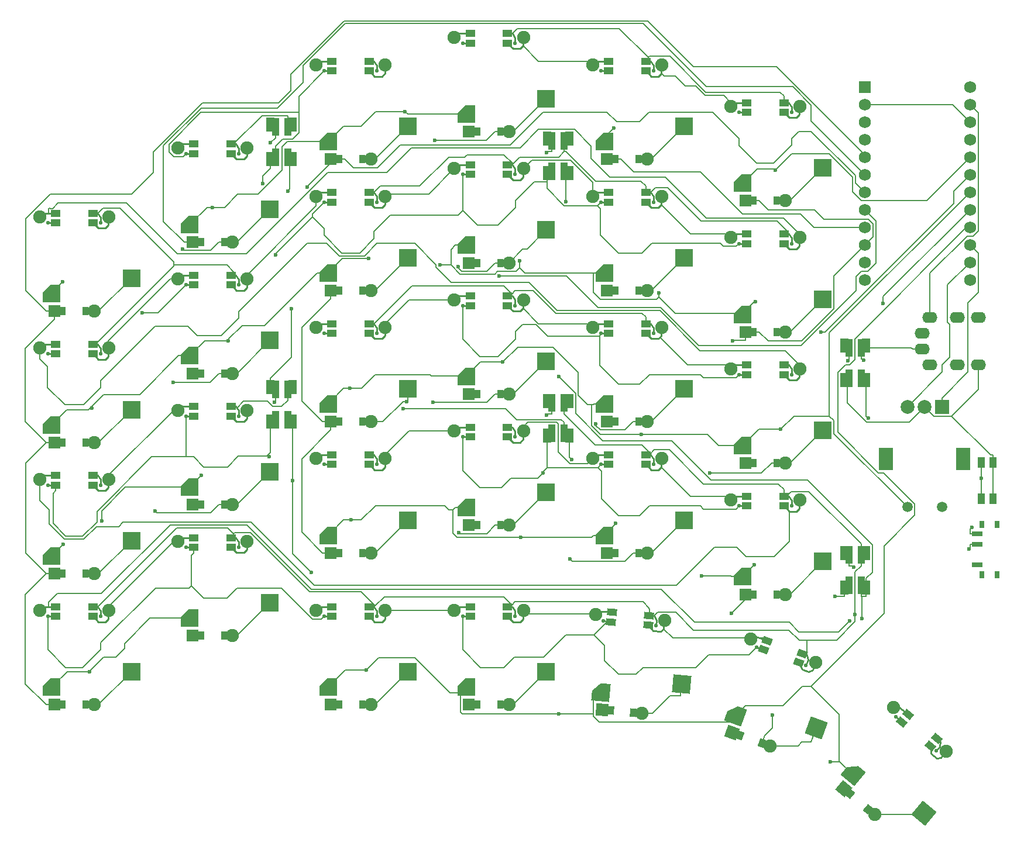
<source format=gbr>
%TF.GenerationSoftware,KiCad,Pcbnew,8.0.4*%
%TF.CreationDate,2024-08-10T13:55:05-06:00*%
%TF.ProjectId,staggered_col58,73746167-6765-4726-9564-5f636f6c3538,0.1*%
%TF.SameCoordinates,Original*%
%TF.FileFunction,Copper,L1,Top*%
%TF.FilePolarity,Positive*%
%FSLAX46Y46*%
G04 Gerber Fmt 4.6, Leading zero omitted, Abs format (unit mm)*
G04 Created by KiCad (PCBNEW 8.0.4) date 2024-08-10 13:55:05*
%MOMM*%
%LPD*%
G01*
G04 APERTURE LIST*
G04 Aperture macros list*
%AMRotRect*
0 Rectangle, with rotation*
0 The origin of the aperture is its center*
0 $1 length*
0 $2 width*
0 $3 Rotation angle, in degrees counterclockwise*
0 Add horizontal line*
21,1,$1,$2,0,0,$3*%
%AMOutline5P*
0 Free polygon, 5 corners , with rotation*
0 The origin of the aperture is its center*
0 number of corners: always 5*
0 $1 to $10 corner X, Y*
0 $11 Rotation angle, in degrees counterclockwise*
0 create outline with 5 corners*
4,1,5,$1,$2,$3,$4,$5,$6,$7,$8,$9,$10,$1,$2,$11*%
%AMOutline6P*
0 Free polygon, 6 corners , with rotation*
0 The origin of the aperture is its center*
0 number of corners: always 6*
0 $1 to $12 corner X, Y*
0 $13 Rotation angle, in degrees counterclockwise*
0 create outline with 6 corners*
4,1,6,$1,$2,$3,$4,$5,$6,$7,$8,$9,$10,$11,$12,$1,$2,$13*%
%AMOutline7P*
0 Free polygon, 7 corners , with rotation*
0 The origin of the aperture is its center*
0 number of corners: always 7*
0 $1 to $14 corner X, Y*
0 $15 Rotation angle, in degrees counterclockwise*
0 create outline with 7 corners*
4,1,7,$1,$2,$3,$4,$5,$6,$7,$8,$9,$10,$11,$12,$13,$14,$1,$2,$15*%
%AMOutline8P*
0 Free polygon, 8 corners , with rotation*
0 The origin of the aperture is its center*
0 number of corners: always 8*
0 $1 to $16 corner X, Y*
0 $17 Rotation angle, in degrees counterclockwise*
0 create outline with 8 corners*
4,1,8,$1,$2,$3,$4,$5,$6,$7,$8,$9,$10,$11,$12,$13,$14,$15,$16,$1,$2,$17*%
G04 Aperture macros list end*
%TA.AperFunction,ComponentPad*%
%ADD10R,1.752600X1.752600*%
%TD*%
%TA.AperFunction,ComponentPad*%
%ADD11C,1.752600*%
%TD*%
%TA.AperFunction,ComponentPad*%
%ADD12C,1.900000*%
%TD*%
%TA.AperFunction,SMDPad,CuDef*%
%ADD13Outline5P,-1.300000X1.300000X1.300000X1.300000X1.300000X-0.117000X0.117000X-1.300000X-1.300000X-1.300000X180.000000*%
%TD*%
%TA.AperFunction,SMDPad,CuDef*%
%ADD14R,2.600000X2.600000*%
%TD*%
%TA.AperFunction,SMDPad,CuDef*%
%ADD15Outline5P,-1.300000X1.300000X1.300000X1.300000X1.300000X-0.117000X0.117000X-1.300000X-1.300000X-1.300000X175.000000*%
%TD*%
%TA.AperFunction,SMDPad,CuDef*%
%ADD16RotRect,2.600000X2.600000X175.000000*%
%TD*%
%TA.AperFunction,SMDPad,CuDef*%
%ADD17Outline5P,-1.300000X1.300000X1.300000X1.300000X1.300000X-0.117000X0.117000X-1.300000X-1.300000X-1.300000X160.000000*%
%TD*%
%TA.AperFunction,SMDPad,CuDef*%
%ADD18RotRect,2.600000X2.600000X160.000000*%
%TD*%
%TA.AperFunction,SMDPad,CuDef*%
%ADD19Outline5P,-1.300000X1.300000X1.300000X1.300000X1.300000X-0.117000X0.117000X-1.300000X-1.300000X-1.300000X140.000000*%
%TD*%
%TA.AperFunction,SMDPad,CuDef*%
%ADD20RotRect,2.600000X2.600000X140.000000*%
%TD*%
%TA.AperFunction,SMDPad,CuDef*%
%ADD21R,0.900000X1.200000*%
%TD*%
%TA.AperFunction,ComponentPad*%
%ADD22R,1.778000X1.778000*%
%TD*%
%TA.AperFunction,ComponentPad*%
%ADD23C,1.905000*%
%TD*%
%TA.AperFunction,SMDPad,CuDef*%
%ADD24RotRect,0.900000X1.200000X355.000000*%
%TD*%
%TA.AperFunction,ComponentPad*%
%ADD25RotRect,1.778000X1.778000X355.000000*%
%TD*%
%TA.AperFunction,SMDPad,CuDef*%
%ADD26RotRect,0.900000X1.200000X340.000000*%
%TD*%
%TA.AperFunction,ComponentPad*%
%ADD27RotRect,1.778000X1.778000X340.000000*%
%TD*%
%TA.AperFunction,SMDPad,CuDef*%
%ADD28RotRect,0.900000X1.200000X320.000000*%
%TD*%
%TA.AperFunction,ComponentPad*%
%ADD29RotRect,1.778000X1.778000X320.000000*%
%TD*%
%TA.AperFunction,SMDPad,CuDef*%
%ADD30R,1.400000X1.000000*%
%TD*%
%TA.AperFunction,SMDPad,CuDef*%
%ADD31RotRect,1.400000X1.000000X355.000000*%
%TD*%
%TA.AperFunction,SMDPad,CuDef*%
%ADD32RotRect,1.400000X1.000000X340.000000*%
%TD*%
%TA.AperFunction,SMDPad,CuDef*%
%ADD33RotRect,1.400000X1.000000X320.000000*%
%TD*%
%TA.AperFunction,ComponentPad*%
%ADD34O,2.200000X1.600000*%
%TD*%
%TA.AperFunction,SMDPad,CuDef*%
%ADD35R,1.000000X1.550000*%
%TD*%
%TA.AperFunction,SMDPad,CuDef*%
%ADD36R,0.800000X1.000000*%
%TD*%
%TA.AperFunction,SMDPad,CuDef*%
%ADD37R,1.500000X0.700000*%
%TD*%
%TA.AperFunction,ComponentPad*%
%ADD38R,2.000000X2.000000*%
%TD*%
%TA.AperFunction,ComponentPad*%
%ADD39C,2.000000*%
%TD*%
%TA.AperFunction,ComponentPad*%
%ADD40C,1.500000*%
%TD*%
%TA.AperFunction,ComponentPad*%
%ADD41R,2.000000X3.200000*%
%TD*%
%TA.AperFunction,SMDPad,CuDef*%
%ADD42R,1.000000X2.600000*%
%TD*%
%TA.AperFunction,SMDPad,CuDef*%
%ADD43R,1.200000X2.000000*%
%TD*%
%TA.AperFunction,ViaPad*%
%ADD44C,0.600000*%
%TD*%
%TA.AperFunction,ViaPad*%
%ADD45C,0.560000*%
%TD*%
%TA.AperFunction,Conductor*%
%ADD46C,0.200000*%
%TD*%
%TA.AperFunction,Conductor*%
%ADD47C,0.250000*%
%TD*%
G04 APERTURE END LIST*
D10*
%TO.P,MCU1,1*%
%TO.N,RAW*%
X154380000Y-39030000D03*
D11*
%TO.P,MCU1,2*%
%TO.N,GND*%
X154380000Y-41570000D03*
%TO.P,MCU1,3*%
%TO.N,RST*%
X154380000Y-44110000D03*
%TO.P,MCU1,4*%
%TO.N,VCC*%
X154380000Y-46650000D03*
%TO.P,MCU1,5*%
%TO.N,P21*%
X154380000Y-49190000D03*
%TO.P,MCU1,6*%
%TO.N,P20*%
X154380000Y-51730000D03*
%TO.P,MCU1,7*%
%TO.N,P19*%
X154380000Y-54270000D03*
%TO.P,MCU1,8*%
%TO.N,P18*%
X154380000Y-56810000D03*
%TO.P,MCU1,9*%
%TO.N,P15*%
X154380000Y-59350000D03*
%TO.P,MCU1,10*%
%TO.N,P14*%
X154380000Y-61890000D03*
%TO.P,MCU1,11*%
%TO.N,P16*%
X154380000Y-64430000D03*
%TO.P,MCU1,12*%
%TO.N,P10*%
X154380000Y-66970000D03*
%TO.P,MCU1,13*%
%TO.N,P1*%
X169620000Y-39030000D03*
%TO.P,MCU1,14*%
%TO.N,P0*%
X169620000Y-41570000D03*
%TO.P,MCU1,15*%
%TO.N,GND*%
X169620000Y-44110000D03*
%TO.P,MCU1,16*%
X169620000Y-46650000D03*
%TO.P,MCU1,17*%
%TO.N,P2*%
X169620000Y-49190000D03*
%TO.P,MCU1,18*%
%TO.N,P3*%
X169620000Y-51730000D03*
%TO.P,MCU1,19*%
%TO.N,P4*%
X169620000Y-54270000D03*
%TO.P,MCU1,20*%
%TO.N,P5*%
X169620000Y-56810000D03*
%TO.P,MCU1,21*%
%TO.N,P6*%
X169620000Y-59350000D03*
%TO.P,MCU1,22*%
%TO.N,P7*%
X169620000Y-61890000D03*
%TO.P,MCU1,23*%
%TO.N,P8*%
X169620000Y-64430000D03*
%TO.P,MCU1,24*%
%TO.N,P9*%
X169620000Y-66970000D03*
%TD*%
D12*
%TO.P,SW1,*%
%TO.N,P1010*%
X35000000Y-114850000D03*
%TO.N,P1011*%
X45000000Y-114850000D03*
D13*
%TO.P,SW1,1*%
%TO.N,P5*%
X36725000Y-125950000D03*
D14*
%TO.P,SW1,2*%
%TO.N,DP21*%
X48275000Y-123750000D03*
%TD*%
D12*
%TO.P,SW2,*%
%TO.N,P1020*%
X35000000Y-95850000D03*
%TO.N,P1021*%
X45000000Y-95850000D03*
D13*
%TO.P,SW2,1*%
%TO.N,P4*%
X36725000Y-106950000D03*
D14*
%TO.P,SW2,2*%
%TO.N,DP21*%
X48275000Y-104750000D03*
%TD*%
D12*
%TO.P,SW3,*%
%TO.N,P1030*%
X35000000Y-76850000D03*
%TO.N,P1031*%
X45000000Y-76850000D03*
D13*
%TO.P,SW3,1*%
%TO.N,P3*%
X36725000Y-87950000D03*
D14*
%TO.P,SW3,2*%
%TO.N,DP21*%
X48275000Y-85750000D03*
%TD*%
D12*
%TO.P,SW4,*%
%TO.N,P1040*%
X35000000Y-57850000D03*
%TO.N,P1041*%
X45000000Y-57850000D03*
D13*
%TO.P,SW4,1*%
%TO.N,P2*%
X36725000Y-68950000D03*
D14*
%TO.P,SW4,2*%
%TO.N,DP21*%
X48275000Y-66750000D03*
%TD*%
D12*
%TO.P,SW5,*%
%TO.N,P1011*%
X55000000Y-104850000D03*
%TO.N,P1012*%
X65000000Y-104850000D03*
D13*
%TO.P,SW5,1*%
%TO.N,P5*%
X56725000Y-115950000D03*
D14*
%TO.P,SW5,2*%
%TO.N,DP20*%
X68275000Y-113750000D03*
%TD*%
D12*
%TO.P,SW6,*%
%TO.N,P1021*%
X55000000Y-85850000D03*
%TO.N,P1022*%
X65000000Y-85850000D03*
D13*
%TO.P,SW6,1*%
%TO.N,P4*%
X56725000Y-96950000D03*
D14*
%TO.P,SW6,2*%
%TO.N,DP20*%
X68275000Y-94750000D03*
%TD*%
D12*
%TO.P,SW7,*%
%TO.N,P1031*%
X55000000Y-66850000D03*
%TO.N,P1032*%
X65000000Y-66850000D03*
D13*
%TO.P,SW7,1*%
%TO.N,P3*%
X56725000Y-77950000D03*
D14*
%TO.P,SW7,2*%
%TO.N,DP20*%
X68275000Y-75750000D03*
%TD*%
D12*
%TO.P,SW8,*%
%TO.N,P1041*%
X55000000Y-47850000D03*
%TO.N,P1042*%
X65000000Y-47850000D03*
D13*
%TO.P,SW8,1*%
%TO.N,P2*%
X56725000Y-58950000D03*
D14*
%TO.P,SW8,2*%
%TO.N,DP20*%
X68275000Y-56750000D03*
%TD*%
D12*
%TO.P,SW9,*%
%TO.N,P1012*%
X75000000Y-92850000D03*
%TO.N,P1013*%
X85000000Y-92850000D03*
D13*
%TO.P,SW9,1*%
%TO.N,P5*%
X76725000Y-103950000D03*
D14*
%TO.P,SW9,2*%
%TO.N,DP19*%
X88275000Y-101750000D03*
%TD*%
D12*
%TO.P,SW10,*%
%TO.N,P1022*%
X75000000Y-73850000D03*
%TO.N,P1023*%
X85000000Y-73850000D03*
D13*
%TO.P,SW10,1*%
%TO.N,P4*%
X76725000Y-84950000D03*
D14*
%TO.P,SW10,2*%
%TO.N,DP19*%
X88275000Y-82750000D03*
%TD*%
D12*
%TO.P,SW11,*%
%TO.N,P1032*%
X75000000Y-54850000D03*
%TO.N,P1033*%
X85000000Y-54850000D03*
D13*
%TO.P,SW11,1*%
%TO.N,P3*%
X76725000Y-65950000D03*
D14*
%TO.P,SW11,2*%
%TO.N,DP19*%
X88275000Y-63750000D03*
%TD*%
D12*
%TO.P,SW12,*%
%TO.N,P1042*%
X75000000Y-35850000D03*
%TO.N,P1043*%
X85000000Y-35850000D03*
D13*
%TO.P,SW12,1*%
%TO.N,P2*%
X76725000Y-46950000D03*
D14*
%TO.P,SW12,2*%
%TO.N,DP19*%
X88275000Y-44750000D03*
%TD*%
D12*
%TO.P,SW13,*%
%TO.N,P1013*%
X95000000Y-88850000D03*
%TO.N,P1014*%
X105000000Y-88850000D03*
D13*
%TO.P,SW13,1*%
%TO.N,P5*%
X96725000Y-99950000D03*
D14*
%TO.P,SW13,2*%
%TO.N,DP18*%
X108275000Y-97750000D03*
%TD*%
D12*
%TO.P,SW14,*%
%TO.N,P1023*%
X95000000Y-69850000D03*
%TO.N,P1024*%
X105000000Y-69850000D03*
D13*
%TO.P,SW14,1*%
%TO.N,P4*%
X96725000Y-80950000D03*
D14*
%TO.P,SW14,2*%
%TO.N,DP18*%
X108275000Y-78750000D03*
%TD*%
D12*
%TO.P,SW15,*%
%TO.N,P1033*%
X95000000Y-50850000D03*
%TO.N,P1034*%
X105000000Y-50850000D03*
D13*
%TO.P,SW15,1*%
%TO.N,P3*%
X96725000Y-61950000D03*
D14*
%TO.P,SW15,2*%
%TO.N,DP18*%
X108275000Y-59750000D03*
%TD*%
D12*
%TO.P,SW16,*%
%TO.N,P1043*%
X95000000Y-31850000D03*
%TO.N,P1044*%
X105000000Y-31850000D03*
D13*
%TO.P,SW16,1*%
%TO.N,P2*%
X96725000Y-42950000D03*
D14*
%TO.P,SW16,2*%
%TO.N,DP18*%
X108275000Y-40750000D03*
%TD*%
D12*
%TO.P,SW17,*%
%TO.N,P1014*%
X115000000Y-92850000D03*
%TO.N,P1015*%
X125000000Y-92850000D03*
D13*
%TO.P,SW17,1*%
%TO.N,P5*%
X116725000Y-103950000D03*
D14*
%TO.P,SW17,2*%
%TO.N,DP15*%
X128275000Y-101750000D03*
%TD*%
D12*
%TO.P,SW18,*%
%TO.N,P1024*%
X115000000Y-73850000D03*
%TO.N,P1025*%
X125000000Y-73850000D03*
D13*
%TO.P,SW18,1*%
%TO.N,P4*%
X116725000Y-84950000D03*
D14*
%TO.P,SW18,2*%
%TO.N,DP15*%
X128275000Y-82750000D03*
%TD*%
D12*
%TO.P,SW19,*%
%TO.N,P1034*%
X115000000Y-54850000D03*
%TO.N,P1035*%
X125000000Y-54850000D03*
D13*
%TO.P,SW19,1*%
%TO.N,P3*%
X116725000Y-65950000D03*
D14*
%TO.P,SW19,2*%
%TO.N,DP15*%
X128275000Y-63750000D03*
%TD*%
D12*
%TO.P,SW20,*%
%TO.N,P1044*%
X115000000Y-35850000D03*
%TO.N,P1045*%
X125000000Y-35850000D03*
D13*
%TO.P,SW20,1*%
%TO.N,P2*%
X116725000Y-46950000D03*
D14*
%TO.P,SW20,2*%
%TO.N,DP15*%
X128275000Y-44750000D03*
%TD*%
D12*
%TO.P,SW21,*%
%TO.N,P1015*%
X135000000Y-98850000D03*
%TO.N,P1020*%
X145000000Y-98850000D03*
D13*
%TO.P,SW21,1*%
%TO.N,P5*%
X136725000Y-109950000D03*
D14*
%TO.P,SW21,2*%
%TO.N,DP14*%
X148275000Y-107750000D03*
%TD*%
D12*
%TO.P,SW22,*%
%TO.N,P1025*%
X135000000Y-79850000D03*
%TO.N,P1030*%
X145000000Y-79850000D03*
D13*
%TO.P,SW22,1*%
%TO.N,P4*%
X136725000Y-90950000D03*
D14*
%TO.P,SW22,2*%
%TO.N,DP14*%
X148275000Y-88750000D03*
%TD*%
D12*
%TO.P,SW23,*%
%TO.N,P1035*%
X135000000Y-60850000D03*
%TO.N,P1040*%
X145000000Y-60850000D03*
D13*
%TO.P,SW23,1*%
%TO.N,P3*%
X136725000Y-71950000D03*
D14*
%TO.P,SW23,2*%
%TO.N,DP14*%
X148275000Y-69750000D03*
%TD*%
D12*
%TO.P,SW24,*%
%TO.N,P1045*%
X135000000Y-41850000D03*
%TO.N,P10*%
X145000000Y-41850000D03*
D13*
%TO.P,SW24,1*%
%TO.N,P2*%
X136725000Y-52950000D03*
D14*
%TO.P,SW24,2*%
%TO.N,DP14*%
X148275000Y-50750000D03*
%TD*%
D12*
%TO.P,SW25,*%
%TO.N,P1001*%
X75000000Y-114850000D03*
%TO.N,P1002*%
X85000000Y-114850000D03*
D13*
%TO.P,SW25,1*%
%TO.N,P6*%
X76725000Y-125950000D03*
D14*
%TO.P,SW25,2*%
%TO.N,DP19*%
X88275000Y-123750000D03*
%TD*%
D12*
%TO.P,SW26,*%
%TO.N,P1002*%
X95000000Y-114850000D03*
%TO.N,P1003*%
X105000000Y-114850000D03*
D13*
%TO.P,SW26,1*%
%TO.N,P6*%
X96725000Y-125950000D03*
D14*
%TO.P,SW26,2*%
%TO.N,DP18*%
X108275000Y-123750000D03*
%TD*%
D12*
%TO.P,SW27,*%
%TO.N,P1003*%
X115467879Y-115433819D03*
%TO.N,P1004*%
X125429826Y-116305376D03*
D15*
%TO.P,SW27,1*%
%TO.N,P6*%
X116218886Y-126641923D03*
D16*
%TO.P,SW27,2*%
%TO.N,DP15*%
X127916677Y-125456944D03*
%TD*%
D12*
%TO.P,SW28,*%
%TO.N,P1004*%
X137903341Y-118936982D03*
%TO.N,P1005*%
X147300267Y-122357184D03*
D17*
%TO.P,SW28,1*%
%TO.N,P6*%
X135727887Y-129957555D03*
D18*
%TO.P,SW28,2*%
%TO.N,DP14*%
X147333781Y-131840564D03*
%TD*%
D12*
%TO.P,SW29,*%
%TO.N,P1005*%
X158529434Y-128840333D03*
%TO.N,P1010*%
X166189878Y-135268209D03*
D19*
%TO.P,SW29,1*%
%TO.N,P6*%
X152715918Y-138452235D03*
D20*
%TO.P,SW29,2*%
%TO.N,DP16*%
X162977864Y-144191134D03*
%TD*%
D21*
%TO.P,D1,1*%
%TO.N,P21*%
X38350000Y-128500000D03*
%TO.P,D1,2*%
%TO.N,DP21*%
X41650000Y-128500000D03*
D22*
%TO.P,D1,1*%
%TO.N,P21*%
X37100000Y-128500000D03*
D23*
%TO.P,D1,2*%
%TO.N,DP21*%
X42900000Y-128500000D03*
%TD*%
D21*
%TO.P,D2,1*%
%TO.N,P21*%
X38350000Y-109500000D03*
%TO.P,D2,2*%
%TO.N,DP21*%
X41650000Y-109500000D03*
D22*
%TO.P,D2,1*%
%TO.N,P21*%
X37100000Y-109500000D03*
D23*
%TO.P,D2,2*%
%TO.N,DP21*%
X42900000Y-109500000D03*
%TD*%
D21*
%TO.P,D3,1*%
%TO.N,P21*%
X38350000Y-90500000D03*
%TO.P,D3,2*%
%TO.N,DP21*%
X41650000Y-90500000D03*
D22*
%TO.P,D3,1*%
%TO.N,P21*%
X37100000Y-90500000D03*
D23*
%TO.P,D3,2*%
%TO.N,DP21*%
X42900000Y-90500000D03*
%TD*%
D21*
%TO.P,D4,1*%
%TO.N,P21*%
X38350000Y-71500000D03*
%TO.P,D4,2*%
%TO.N,DP21*%
X41650000Y-71500000D03*
D22*
%TO.P,D4,1*%
%TO.N,P21*%
X37100000Y-71500000D03*
D23*
%TO.P,D4,2*%
%TO.N,DP21*%
X42900000Y-71500000D03*
%TD*%
D21*
%TO.P,D5,1*%
%TO.N,P20*%
X58350000Y-118500000D03*
%TO.P,D5,2*%
%TO.N,DP20*%
X61650000Y-118500000D03*
D22*
%TO.P,D5,1*%
%TO.N,P20*%
X57100000Y-118500000D03*
D23*
%TO.P,D5,2*%
%TO.N,DP20*%
X62900000Y-118500000D03*
%TD*%
D21*
%TO.P,D6,1*%
%TO.N,P20*%
X58350000Y-99500000D03*
%TO.P,D6,2*%
%TO.N,DP20*%
X61650000Y-99500000D03*
D22*
%TO.P,D6,1*%
%TO.N,P20*%
X57100000Y-99500000D03*
D23*
%TO.P,D6,2*%
%TO.N,DP20*%
X62900000Y-99500000D03*
%TD*%
D21*
%TO.P,D7,1*%
%TO.N,P20*%
X58350000Y-80500000D03*
%TO.P,D7,2*%
%TO.N,DP20*%
X61650000Y-80500000D03*
D22*
%TO.P,D7,1*%
%TO.N,P20*%
X57100000Y-80500000D03*
D23*
%TO.P,D7,2*%
%TO.N,DP20*%
X62900000Y-80500000D03*
%TD*%
D21*
%TO.P,D8,1*%
%TO.N,P20*%
X58350000Y-61500000D03*
%TO.P,D8,2*%
%TO.N,DP20*%
X61650000Y-61500000D03*
D22*
%TO.P,D8,1*%
%TO.N,P20*%
X57100000Y-61500000D03*
D23*
%TO.P,D8,2*%
%TO.N,DP20*%
X62900000Y-61500000D03*
%TD*%
D21*
%TO.P,D9,1*%
%TO.N,P19*%
X78350000Y-106500000D03*
%TO.P,D9,2*%
%TO.N,DP19*%
X81650000Y-106500000D03*
D22*
%TO.P,D9,1*%
%TO.N,P19*%
X77100000Y-106500000D03*
D23*
%TO.P,D9,2*%
%TO.N,DP19*%
X82900000Y-106500000D03*
%TD*%
D21*
%TO.P,D10,1*%
%TO.N,P19*%
X78350000Y-87500000D03*
%TO.P,D10,2*%
%TO.N,DP19*%
X81650000Y-87500000D03*
D22*
%TO.P,D10,1*%
%TO.N,P19*%
X77100000Y-87500000D03*
D23*
%TO.P,D10,2*%
%TO.N,DP19*%
X82900000Y-87500000D03*
%TD*%
D21*
%TO.P,D11,1*%
%TO.N,P19*%
X78350000Y-68500000D03*
%TO.P,D11,2*%
%TO.N,DP19*%
X81650000Y-68500000D03*
D22*
%TO.P,D11,1*%
%TO.N,P19*%
X77100000Y-68500000D03*
D23*
%TO.P,D11,2*%
%TO.N,DP19*%
X82900000Y-68500000D03*
%TD*%
D21*
%TO.P,D12,1*%
%TO.N,P19*%
X78350000Y-49500000D03*
%TO.P,D12,2*%
%TO.N,DP19*%
X81650000Y-49500000D03*
D22*
%TO.P,D12,1*%
%TO.N,P19*%
X77100000Y-49500000D03*
D23*
%TO.P,D12,2*%
%TO.N,DP19*%
X82900000Y-49500000D03*
%TD*%
D21*
%TO.P,D13,1*%
%TO.N,P18*%
X98350000Y-102500000D03*
%TO.P,D13,2*%
%TO.N,DP18*%
X101650000Y-102500000D03*
D22*
%TO.P,D13,1*%
%TO.N,P18*%
X97100000Y-102500000D03*
D23*
%TO.P,D13,2*%
%TO.N,DP18*%
X102900000Y-102500000D03*
%TD*%
D21*
%TO.P,D14,1*%
%TO.N,P18*%
X98350000Y-83500000D03*
%TO.P,D14,2*%
%TO.N,DP18*%
X101650000Y-83500000D03*
D22*
%TO.P,D14,1*%
%TO.N,P18*%
X97100000Y-83500000D03*
D23*
%TO.P,D14,2*%
%TO.N,DP18*%
X102900000Y-83500000D03*
%TD*%
D21*
%TO.P,D15,1*%
%TO.N,P18*%
X98350000Y-64500000D03*
%TO.P,D15,2*%
%TO.N,DP18*%
X101650000Y-64500000D03*
D22*
%TO.P,D15,1*%
%TO.N,P18*%
X97100000Y-64500000D03*
D23*
%TO.P,D15,2*%
%TO.N,DP18*%
X102900000Y-64500000D03*
%TD*%
D21*
%TO.P,D16,1*%
%TO.N,P18*%
X98350000Y-45500000D03*
%TO.P,D16,2*%
%TO.N,DP18*%
X101650000Y-45500000D03*
D22*
%TO.P,D16,1*%
%TO.N,P18*%
X97100000Y-45500000D03*
D23*
%TO.P,D16,2*%
%TO.N,DP18*%
X102900000Y-45500000D03*
%TD*%
D21*
%TO.P,D17,1*%
%TO.N,P15*%
X118350000Y-106500000D03*
%TO.P,D17,2*%
%TO.N,DP15*%
X121650000Y-106500000D03*
D22*
%TO.P,D17,1*%
%TO.N,P15*%
X117100000Y-106500000D03*
D23*
%TO.P,D17,2*%
%TO.N,DP15*%
X122900000Y-106500000D03*
%TD*%
D21*
%TO.P,D18,1*%
%TO.N,P15*%
X118350000Y-87500000D03*
%TO.P,D18,2*%
%TO.N,DP15*%
X121650000Y-87500000D03*
D22*
%TO.P,D18,1*%
%TO.N,P15*%
X117100000Y-87500000D03*
D23*
%TO.P,D18,2*%
%TO.N,DP15*%
X122900000Y-87500000D03*
%TD*%
D21*
%TO.P,D19,1*%
%TO.N,P15*%
X118350000Y-68500000D03*
%TO.P,D19,2*%
%TO.N,DP15*%
X121650000Y-68500000D03*
D22*
%TO.P,D19,1*%
%TO.N,P15*%
X117100000Y-68500000D03*
D23*
%TO.P,D19,2*%
%TO.N,DP15*%
X122900000Y-68500000D03*
%TD*%
D21*
%TO.P,D20,1*%
%TO.N,P15*%
X118350000Y-49500000D03*
%TO.P,D20,2*%
%TO.N,DP15*%
X121650000Y-49500000D03*
D22*
%TO.P,D20,1*%
%TO.N,P15*%
X117100000Y-49500000D03*
D23*
%TO.P,D20,2*%
%TO.N,DP15*%
X122900000Y-49500000D03*
%TD*%
D21*
%TO.P,D21,1*%
%TO.N,P14*%
X138350000Y-112500000D03*
%TO.P,D21,2*%
%TO.N,DP14*%
X141650000Y-112500000D03*
D22*
%TO.P,D21,1*%
%TO.N,P14*%
X137100000Y-112500000D03*
D23*
%TO.P,D21,2*%
%TO.N,DP14*%
X142900000Y-112500000D03*
%TD*%
D21*
%TO.P,D22,1*%
%TO.N,P14*%
X138350000Y-93500000D03*
%TO.P,D22,2*%
%TO.N,DP14*%
X141650000Y-93500000D03*
D22*
%TO.P,D22,1*%
%TO.N,P14*%
X137100000Y-93500000D03*
D23*
%TO.P,D22,2*%
%TO.N,DP14*%
X142900000Y-93500000D03*
%TD*%
D21*
%TO.P,D23,1*%
%TO.N,P14*%
X138350000Y-74500000D03*
%TO.P,D23,2*%
%TO.N,DP14*%
X141650000Y-74500000D03*
D22*
%TO.P,D23,1*%
%TO.N,P14*%
X137100000Y-74500000D03*
D23*
%TO.P,D23,2*%
%TO.N,DP14*%
X142900000Y-74500000D03*
%TD*%
D21*
%TO.P,D24,1*%
%TO.N,P14*%
X138350000Y-55500000D03*
%TO.P,D24,2*%
%TO.N,DP14*%
X141650000Y-55500000D03*
D22*
%TO.P,D24,1*%
%TO.N,P14*%
X137100000Y-55500000D03*
D23*
%TO.P,D24,2*%
%TO.N,DP14*%
X142900000Y-55500000D03*
%TD*%
D21*
%TO.P,D25,1*%
%TO.N,P19*%
X78350000Y-128500000D03*
%TO.P,D25,2*%
%TO.N,DP19*%
X81650000Y-128500000D03*
D22*
%TO.P,D25,1*%
%TO.N,P19*%
X77100000Y-128500000D03*
D23*
%TO.P,D25,2*%
%TO.N,DP19*%
X82900000Y-128500000D03*
%TD*%
D21*
%TO.P,D26,1*%
%TO.N,P18*%
X98350000Y-128500000D03*
%TO.P,D26,2*%
%TO.N,DP18*%
X101650000Y-128500000D03*
D22*
%TO.P,D26,1*%
%TO.N,P18*%
X97100000Y-128500000D03*
D23*
%TO.P,D26,2*%
%TO.N,DP18*%
X102900000Y-128500000D03*
%TD*%
D24*
%TO.P,D27,1*%
%TO.N,P15*%
X117615479Y-129323893D03*
%TO.P,D27,2*%
%TO.N,DP15*%
X120902921Y-129611507D03*
D25*
%TO.P,D27,1*%
%TO.N,P15*%
X116370235Y-129214948D03*
D23*
%TO.P,D27,2*%
%TO.N,DP15*%
X122148165Y-129720452D03*
%TD*%
D26*
%TO.P,D28,1*%
%TO.N,P14*%
X136382707Y-132909567D03*
%TO.P,D28,2*%
%TO.N,DP14*%
X139483693Y-134038233D03*
D27*
%TO.P,D28,1*%
%TO.N,P14*%
X135208091Y-132482042D03*
D23*
%TO.P,D28,2*%
%TO.N,DP14*%
X140658309Y-134465758D03*
%TD*%
D28*
%TO.P,D29,1*%
%TO.N,P16*%
X152321627Y-141450200D03*
%TO.P,D29,2*%
%TO.N,DP16*%
X154849573Y-143571400D03*
D29*
%TO.P,D29,1*%
%TO.N,P16*%
X151364071Y-140646716D03*
D23*
%TO.P,D29,2*%
%TO.N,DP16*%
X155807129Y-144374884D03*
%TD*%
D30*
%TO.P,L1,4*%
%TO.N,P1010*%
X37300000Y-114300000D03*
%TO.P,L1,3*%
%TO.N,GND*%
X37300000Y-115700000D03*
%TO.P,L1,1*%
%TO.N,VCC*%
X42700000Y-114300000D03*
%TO.P,L1,2*%
%TO.N,P1011*%
X42700000Y-115700000D03*
%TD*%
%TO.P,L2,4*%
%TO.N,P1020*%
X37300000Y-95300000D03*
%TO.P,L2,3*%
%TO.N,GND*%
X37300000Y-96700000D03*
%TO.P,L2,1*%
%TO.N,VCC*%
X42700000Y-95300000D03*
%TO.P,L2,2*%
%TO.N,P1021*%
X42700000Y-96700000D03*
%TD*%
%TO.P,L3,4*%
%TO.N,P1030*%
X37300000Y-76300000D03*
%TO.P,L3,3*%
%TO.N,GND*%
X37300000Y-77700000D03*
%TO.P,L3,1*%
%TO.N,VCC*%
X42700000Y-76300000D03*
%TO.P,L3,2*%
%TO.N,P1031*%
X42700000Y-77700000D03*
%TD*%
%TO.P,L4,4*%
%TO.N,P1040*%
X37300000Y-57300000D03*
%TO.P,L4,3*%
%TO.N,GND*%
X37300000Y-58700000D03*
%TO.P,L4,1*%
%TO.N,VCC*%
X42700000Y-57300000D03*
%TO.P,L4,2*%
%TO.N,P1041*%
X42700000Y-58700000D03*
%TD*%
%TO.P,L5,4*%
%TO.N,P1011*%
X57300000Y-104300000D03*
%TO.P,L5,3*%
%TO.N,GND*%
X57300000Y-105700000D03*
%TO.P,L5,1*%
%TO.N,VCC*%
X62700000Y-104300000D03*
%TO.P,L5,2*%
%TO.N,P1012*%
X62700000Y-105700000D03*
%TD*%
%TO.P,L6,4*%
%TO.N,P1021*%
X57300000Y-85300000D03*
%TO.P,L6,3*%
%TO.N,GND*%
X57300000Y-86700000D03*
%TO.P,L6,1*%
%TO.N,VCC*%
X62700000Y-85300000D03*
%TO.P,L6,2*%
%TO.N,P1022*%
X62700000Y-86700000D03*
%TD*%
%TO.P,L7,4*%
%TO.N,P1031*%
X57300000Y-66300000D03*
%TO.P,L7,3*%
%TO.N,GND*%
X57300000Y-67700000D03*
%TO.P,L7,1*%
%TO.N,VCC*%
X62700000Y-66300000D03*
%TO.P,L7,2*%
%TO.N,P1032*%
X62700000Y-67700000D03*
%TD*%
%TO.P,L8,4*%
%TO.N,P1041*%
X57300000Y-47300000D03*
%TO.P,L8,3*%
%TO.N,GND*%
X57300000Y-48700000D03*
%TO.P,L8,1*%
%TO.N,VCC*%
X62700000Y-47300000D03*
%TO.P,L8,2*%
%TO.N,P1042*%
X62700000Y-48700000D03*
%TD*%
%TO.P,L9,4*%
%TO.N,P1012*%
X77300000Y-92300000D03*
%TO.P,L9,3*%
%TO.N,GND*%
X77300000Y-93700000D03*
%TO.P,L9,1*%
%TO.N,VCC*%
X82700000Y-92300000D03*
%TO.P,L9,2*%
%TO.N,P1013*%
X82700000Y-93700000D03*
%TD*%
%TO.P,L10,4*%
%TO.N,P1022*%
X77300000Y-73300000D03*
%TO.P,L10,3*%
%TO.N,GND*%
X77300000Y-74700000D03*
%TO.P,L10,1*%
%TO.N,VCC*%
X82700000Y-73300000D03*
%TO.P,L10,2*%
%TO.N,P1023*%
X82700000Y-74700000D03*
%TD*%
%TO.P,L11,4*%
%TO.N,P1032*%
X77300000Y-54300000D03*
%TO.P,L11,3*%
%TO.N,GND*%
X77300000Y-55700000D03*
%TO.P,L11,1*%
%TO.N,VCC*%
X82700000Y-54300000D03*
%TO.P,L11,2*%
%TO.N,P1033*%
X82700000Y-55700000D03*
%TD*%
%TO.P,L12,4*%
%TO.N,P1042*%
X77300000Y-35300000D03*
%TO.P,L12,3*%
%TO.N,GND*%
X77300000Y-36700000D03*
%TO.P,L12,1*%
%TO.N,VCC*%
X82700000Y-35300000D03*
%TO.P,L12,2*%
%TO.N,P1043*%
X82700000Y-36700000D03*
%TD*%
%TO.P,L13,4*%
%TO.N,P1013*%
X97300000Y-88300000D03*
%TO.P,L13,3*%
%TO.N,GND*%
X97300000Y-89700000D03*
%TO.P,L13,1*%
%TO.N,VCC*%
X102700000Y-88300000D03*
%TO.P,L13,2*%
%TO.N,P1014*%
X102700000Y-89700000D03*
%TD*%
%TO.P,L14,4*%
%TO.N,P1023*%
X97300000Y-69300000D03*
%TO.P,L14,3*%
%TO.N,GND*%
X97300000Y-70700000D03*
%TO.P,L14,1*%
%TO.N,VCC*%
X102700000Y-69300000D03*
%TO.P,L14,2*%
%TO.N,P1024*%
X102700000Y-70700000D03*
%TD*%
%TO.P,L15,4*%
%TO.N,P1033*%
X97300000Y-50300000D03*
%TO.P,L15,3*%
%TO.N,GND*%
X97300000Y-51700000D03*
%TO.P,L15,1*%
%TO.N,VCC*%
X102700000Y-50300000D03*
%TO.P,L15,2*%
%TO.N,P1034*%
X102700000Y-51700000D03*
%TD*%
%TO.P,L16,4*%
%TO.N,P1043*%
X97300000Y-31300000D03*
%TO.P,L16,3*%
%TO.N,GND*%
X97300000Y-32700000D03*
%TO.P,L16,1*%
%TO.N,VCC*%
X102700000Y-31300000D03*
%TO.P,L16,2*%
%TO.N,P1044*%
X102700000Y-32700000D03*
%TD*%
%TO.P,L17,4*%
%TO.N,P1014*%
X117300000Y-92300000D03*
%TO.P,L17,3*%
%TO.N,GND*%
X117300000Y-93700000D03*
%TO.P,L17,1*%
%TO.N,VCC*%
X122700000Y-92300000D03*
%TO.P,L17,2*%
%TO.N,P1015*%
X122700000Y-93700000D03*
%TD*%
%TO.P,L18,4*%
%TO.N,P1024*%
X117300000Y-73300000D03*
%TO.P,L18,3*%
%TO.N,GND*%
X117300000Y-74700000D03*
%TO.P,L18,1*%
%TO.N,VCC*%
X122700000Y-73300000D03*
%TO.P,L18,2*%
%TO.N,P1025*%
X122700000Y-74700000D03*
%TD*%
%TO.P,L19,4*%
%TO.N,P1034*%
X117300000Y-54300000D03*
%TO.P,L19,3*%
%TO.N,GND*%
X117300000Y-55700000D03*
%TO.P,L19,1*%
%TO.N,VCC*%
X122700000Y-54300000D03*
%TO.P,L19,2*%
%TO.N,P1035*%
X122700000Y-55700000D03*
%TD*%
%TO.P,L20,4*%
%TO.N,P1044*%
X117300000Y-35300000D03*
%TO.P,L20,3*%
%TO.N,GND*%
X117300000Y-36700000D03*
%TO.P,L20,1*%
%TO.N,VCC*%
X122700000Y-35300000D03*
%TO.P,L20,2*%
%TO.N,P1045*%
X122700000Y-36700000D03*
%TD*%
%TO.P,L21,4*%
%TO.N,P1015*%
X137300000Y-98300000D03*
%TO.P,L21,3*%
%TO.N,GND*%
X137300000Y-99700000D03*
%TO.P,L21,1*%
%TO.N,VCC*%
X142700000Y-98300000D03*
%TO.P,L21,2*%
%TO.N,P1020*%
X142700000Y-99700000D03*
%TD*%
%TO.P,L22,4*%
%TO.N,P1025*%
X137300000Y-79300000D03*
%TO.P,L22,3*%
%TO.N,GND*%
X137300000Y-80700000D03*
%TO.P,L22,1*%
%TO.N,VCC*%
X142700000Y-79300000D03*
%TO.P,L22,2*%
%TO.N,P1030*%
X142700000Y-80700000D03*
%TD*%
%TO.P,L23,4*%
%TO.N,P1035*%
X137300000Y-60300000D03*
%TO.P,L23,3*%
%TO.N,GND*%
X137300000Y-61700000D03*
%TO.P,L23,1*%
%TO.N,VCC*%
X142700000Y-60300000D03*
%TO.P,L23,2*%
%TO.N,P1040*%
X142700000Y-61700000D03*
%TD*%
%TO.P,L24,4*%
%TO.N,P1045*%
X137300000Y-41300000D03*
%TO.P,L24,3*%
%TO.N,GND*%
X137300000Y-42700000D03*
%TO.P,L24,1*%
%TO.N,VCC*%
X142700000Y-41300000D03*
%TO.P,L24,2*%
%TO.N,P10*%
X142700000Y-42700000D03*
%TD*%
%TO.P,L25,4*%
%TO.N,P1001*%
X77300000Y-114300000D03*
%TO.P,L25,3*%
%TO.N,GND*%
X77300000Y-115700000D03*
%TO.P,L25,1*%
%TO.N,VCC*%
X82700000Y-114300000D03*
%TO.P,L25,2*%
%TO.N,P1002*%
X82700000Y-115700000D03*
%TD*%
%TO.P,L26,4*%
%TO.N,P1002*%
X97300000Y-114300000D03*
%TO.P,L26,3*%
%TO.N,GND*%
X97300000Y-115700000D03*
%TO.P,L26,1*%
%TO.N,VCC*%
X102700000Y-114300000D03*
%TO.P,L26,2*%
%TO.N,P1003*%
X102700000Y-115700000D03*
%TD*%
D31*
%TO.P,L27,4*%
%TO.N,P1003*%
X117807083Y-115086343D03*
%TO.P,L27,3*%
%TO.N,GND*%
X117685065Y-116481016D03*
%TO.P,L27,1*%
%TO.N,VCC*%
X123186535Y-115556984D03*
%TO.P,L27,2*%
%TO.N,P1004*%
X123064517Y-116951657D03*
%TD*%
D32*
%TO.P,L28,4*%
%TO.N,P1004*%
X140252744Y-119206761D03*
%TO.P,L28,3*%
%TO.N,GND*%
X139773916Y-120522330D03*
%TO.P,L28,1*%
%TO.N,VCC*%
X145327084Y-121053670D03*
%TO.P,L28,2*%
%TO.N,P1005*%
X144848256Y-122369239D03*
%TD*%
D33*
%TO.P,L29,4*%
%TO.N,P1005*%
X160644931Y-129897442D03*
%TO.P,L29,3*%
%TO.N,GND*%
X159745029Y-130969905D03*
%TO.P,L29,1*%
%TO.N,VCC*%
X164781571Y-133368495D03*
%TO.P,L29,2*%
%TO.N,P1010*%
X163881669Y-134440958D03*
%TD*%
D34*
%TO.P,TRRS1,1*%
%TO.N,VCC*%
X162700000Y-74700000D03*
%TO.P,TRRS1,2*%
%TO.N,P0*%
X163800000Y-79300000D03*
%TO.P,TRRS1,3*%
%TO.N,P1*%
X167800000Y-79300000D03*
%TO.P,TRRS1,4*%
%TO.N,GND*%
X170800000Y-79300000D03*
%TO.P,TRRS1,1*%
%TO.N,VCC*%
X162700000Y-77000000D03*
%TO.P,TRRS1,2*%
%TO.N,P0*%
X163800000Y-72400000D03*
%TO.P,TRRS1,3*%
%TO.N,P1*%
X167800000Y-72400000D03*
%TO.P,TRRS1,4*%
%TO.N,GND*%
X170800000Y-72400000D03*
%TD*%
D35*
%TO.P,RST1,1*%
%TO.N,GND*%
X172950000Y-98625000D03*
%TO.P,RST1,2*%
%TO.N,RST*%
X171250000Y-98625000D03*
%TO.P,RST1,3*%
%TO.N,GND*%
X172950000Y-93375000D03*
%TO.P,RST1,4*%
%TO.N,RST*%
X171250000Y-93375000D03*
%TD*%
D36*
%TO.P,PWR1,*%
%TO.N,*%
X173525000Y-102350000D03*
X171315000Y-102350000D03*
X171315000Y-109650000D03*
X173525000Y-109650000D03*
D37*
%TO.P,PWR1,1*%
%TO.N,N/C*%
X170665000Y-108250000D03*
%TO.P,PWR1,2*%
%TO.N,RAW*%
X170665000Y-105250000D03*
%TO.P,PWR1,3*%
%TO.N,BAT_P*%
X170665000Y-103750000D03*
%TD*%
D38*
%TO.P,Rotary1,A*%
%TO.N,P7*%
X165540000Y-85380000D03*
D39*
%TO.P,Rotary1,C*%
%TO.N,GND*%
X163040000Y-85380000D03*
%TO.P,Rotary1,B*%
%TO.N,P8*%
X160540000Y-85380000D03*
D40*
%TO.P,Rotary1,1*%
%TO.N,P16*%
X165540000Y-99880000D03*
%TO.P,Rotary1,2*%
%TO.N,P4*%
X160540000Y-99880000D03*
D41*
%TO.P,Rotary1,*%
%TO.N,*%
X168640000Y-92880000D03*
X157440000Y-92880000D03*
%TD*%
D42*
%TO.P,UA_1,1*%
%TO.N,VCC*%
X70875000Y-82800000D03*
%TO.P,UA_1,2*%
%TO.N,P10u01*%
X69125000Y-82800000D03*
%TO.P,UA_1,3*%
%TO.N,GND*%
X69125000Y-87200000D03*
%TO.P,UA_1,4*%
%TO.N,P1001*%
X70875000Y-87200000D03*
D43*
%TO.P,UA_1,11*%
%TO.N,VCC*%
X71600000Y-82500000D03*
%TO.P,UA_1,22*%
%TO.N,P10u01*%
X68400000Y-82500000D03*
%TO.P,UA_1,33*%
%TO.N,GND*%
X68400000Y-87500000D03*
%TO.P,UA_1,44*%
%TO.N,P1001*%
X71600000Y-87500000D03*
%TD*%
D42*
%TO.P,UA_2,1*%
%TO.N,VCC*%
X70875000Y-44800000D03*
%TO.P,UA_2,2*%
%TO.N,P10u02*%
X69125000Y-44800000D03*
%TO.P,UA_2,3*%
%TO.N,GND*%
X69125000Y-49200000D03*
%TO.P,UA_2,4*%
%TO.N,P10u01*%
X70875000Y-49200000D03*
D43*
%TO.P,UA_2,11*%
%TO.N,VCC*%
X71600000Y-44500000D03*
%TO.P,UA_2,22*%
%TO.N,P10u02*%
X68400000Y-44500000D03*
%TO.P,UA_2,33*%
%TO.N,GND*%
X68400000Y-49500000D03*
%TO.P,UA_2,44*%
%TO.N,P10u01*%
X71600000Y-49500000D03*
%TD*%
D42*
%TO.P,UA_3,1*%
%TO.N,VCC*%
X110875000Y-84800000D03*
%TO.P,UA_3,2*%
%TO.N,P10u03*%
X109125000Y-84800000D03*
%TO.P,UA_3,3*%
%TO.N,GND*%
X109125000Y-89200000D03*
%TO.P,UA_3,4*%
%TO.N,P10u02*%
X110875000Y-89200000D03*
D43*
%TO.P,UA_3,11*%
%TO.N,VCC*%
X111600000Y-84500000D03*
%TO.P,UA_3,22*%
%TO.N,P10u03*%
X108400000Y-84500000D03*
%TO.P,UA_3,33*%
%TO.N,GND*%
X108400000Y-89500000D03*
%TO.P,UA_3,44*%
%TO.N,P10u02*%
X111600000Y-89500000D03*
%TD*%
D42*
%TO.P,UA_4,1*%
%TO.N,VCC*%
X110875000Y-46800000D03*
%TO.P,UA_4,2*%
%TO.N,P10u04*%
X109125000Y-46800000D03*
%TO.P,UA_4,3*%
%TO.N,GND*%
X109125000Y-51200000D03*
%TO.P,UA_4,4*%
%TO.N,P10u03*%
X110875000Y-51200000D03*
D43*
%TO.P,UA_4,11*%
%TO.N,VCC*%
X111600000Y-46500000D03*
%TO.P,UA_4,22*%
%TO.N,P10u04*%
X108400000Y-46500000D03*
%TO.P,UA_4,33*%
%TO.N,GND*%
X108400000Y-51500000D03*
%TO.P,UA_4,44*%
%TO.N,P10u03*%
X111600000Y-51500000D03*
%TD*%
D42*
%TO.P,UA_5,1*%
%TO.N,VCC*%
X153875000Y-106800000D03*
%TO.P,UA_5,2*%
%TO.N,P10u05*%
X152125000Y-106800000D03*
%TO.P,UA_5,3*%
%TO.N,GND*%
X152125000Y-111200000D03*
%TO.P,UA_5,4*%
%TO.N,P10u04*%
X153875000Y-111200000D03*
D43*
%TO.P,UA_5,11*%
%TO.N,VCC*%
X154600000Y-106500000D03*
%TO.P,UA_5,22*%
%TO.N,P10u05*%
X151400000Y-106500000D03*
%TO.P,UA_5,33*%
%TO.N,GND*%
X151400000Y-111500000D03*
%TO.P,UA_5,44*%
%TO.N,P10u04*%
X154600000Y-111500000D03*
%TD*%
D42*
%TO.P,UA_6,1*%
%TO.N,VCC*%
X153875000Y-76800000D03*
%TO.P,UA_6,2*%
%TO.N,P10u06*%
X152125000Y-76800000D03*
%TO.P,UA_6,3*%
%TO.N,GND*%
X152125000Y-81200000D03*
%TO.P,UA_6,4*%
%TO.N,P10u05*%
X153875000Y-81200000D03*
D43*
%TO.P,UA_6,11*%
%TO.N,VCC*%
X154600000Y-76500000D03*
%TO.P,UA_6,22*%
%TO.N,P10u06*%
X151400000Y-76500000D03*
%TO.P,UA_6,33*%
%TO.N,GND*%
X151400000Y-81500000D03*
%TO.P,UA_6,44*%
%TO.N,P10u05*%
X154600000Y-81500000D03*
%TD*%
D44*
%TO.N,P10u06*%
X151940300Y-78639700D03*
%TO.N,P10u05*%
X152820300Y-108602700D03*
X154876800Y-86967200D03*
%TO.N,P10u04*%
X153945700Y-116004900D03*
X108365400Y-48563900D03*
X110124900Y-80989600D03*
%TO.N,P10u03*%
X111175000Y-55616700D03*
X108329600Y-86523800D03*
%TO.N,P10u02*%
X111940600Y-93003800D03*
X68400000Y-47116000D03*
X87587000Y-85577600D03*
%TO.N,P10u01*%
X70875000Y-54118500D03*
X71426400Y-71115100D03*
X68959300Y-84688300D03*
%TO.N,BAT_P*%
X169858400Y-102784800D03*
%TO.N,P1001*%
X74320700Y-109352400D03*
X71600000Y-96014700D03*
%TO.N,DP14*%
X131994100Y-94948400D03*
X140993200Y-130023100D03*
%TO.N,DP15*%
X111725000Y-107343300D03*
X115467000Y-87810500D03*
%TO.N,DP18*%
X95609200Y-103589900D03*
X91900100Y-84704700D03*
X92184300Y-46790700D03*
X95593700Y-65049100D03*
%TO.N,DP19*%
X88109200Y-84561400D03*
%TO.N,DP20*%
X54343300Y-81767600D03*
X51725000Y-100471800D03*
X55669200Y-62529700D03*
%TO.N,P1010*%
X152200000Y-116380500D03*
%TO.N,P6*%
X82285000Y-123437500D03*
X110140100Y-129797600D03*
X149381300Y-136749500D03*
%TO.N,P5*%
X42200900Y-123699600D03*
X104594500Y-104219700D03*
X130787500Y-109862400D03*
X80070600Y-101699100D03*
X138373200Y-108261200D03*
X157060800Y-70406700D03*
X118346900Y-102236000D03*
%TO.N,P4*%
X142226800Y-88613500D03*
X58377100Y-95255500D03*
X38379200Y-105285000D03*
X102004000Y-78846600D03*
X122072500Y-89329700D03*
X79852300Y-82685600D03*
X43969600Y-101874100D03*
%TO.N,P3*%
X62301800Y-75759100D03*
X148058300Y-74501300D03*
X138550900Y-70143500D03*
X104461300Y-64187800D03*
X42544500Y-85498900D03*
X92950800Y-64820200D03*
X82593700Y-63880300D03*
X124584100Y-68848100D03*
%TO.N,P2*%
X141452500Y-51072400D03*
X59959700Y-56475000D03*
X38355400Y-67247100D03*
X87891100Y-42602200D03*
X118069400Y-44934300D03*
%TO.N,P14*%
X135242800Y-75824800D03*
X135126300Y-115219700D03*
%TO.N,P18*%
X101471300Y-66382300D03*
%TO.N,P19*%
X73708900Y-53512100D03*
D45*
%TO.N,VCC*%
X43800000Y-115700000D03*
X43800000Y-96700000D03*
X43800000Y-77700000D03*
X43800000Y-58700000D03*
X63800000Y-105700000D03*
X63800000Y-86700000D03*
X63800000Y-67700000D03*
X63800000Y-48700000D03*
X83800000Y-93700000D03*
X83800000Y-74700000D03*
X83800000Y-55700000D03*
X83800000Y-36700000D03*
X103800000Y-89700000D03*
X103800000Y-70700000D03*
X103800000Y-51700000D03*
X103800000Y-32700000D03*
X123800000Y-93700000D03*
X123800000Y-74700000D03*
X123800000Y-55700000D03*
X123800000Y-36700000D03*
X143800000Y-99700000D03*
X143800000Y-80700000D03*
X143800000Y-61700000D03*
X143800000Y-42700000D03*
X83800000Y-115700000D03*
X103800000Y-115700000D03*
X124160000Y-117048000D03*
X145882000Y-122746000D03*
X164724000Y-135148000D03*
D44*
X154192300Y-78608300D03*
X153000000Y-115451700D03*
%TO.N,RST*%
X171250000Y-95688900D03*
D45*
%TO.N,GND*%
X36200000Y-115700000D03*
X36200000Y-96700000D03*
X36200000Y-77700000D03*
X36200000Y-58700000D03*
X56200000Y-105700000D03*
X56200000Y-86700000D03*
X56200000Y-67700000D03*
X56200000Y-48700000D03*
X76200000Y-93700000D03*
X76200000Y-74700000D03*
X76200000Y-55700000D03*
X76200000Y-36700000D03*
X96200000Y-89700000D03*
X96200000Y-70700000D03*
X96200000Y-51700000D03*
X96200000Y-32700000D03*
X116200000Y-93700000D03*
X116200000Y-74700000D03*
X116200000Y-55700000D03*
X116200000Y-36700000D03*
X136200000Y-99700000D03*
X136200000Y-80700000D03*
X136200000Y-61700000D03*
X136200000Y-42700000D03*
X76200000Y-115700000D03*
X96200000Y-115700000D03*
X116589000Y-116385000D03*
X138740000Y-120146000D03*
X158902000Y-130263000D03*
D44*
X69111800Y-63353700D03*
X49863700Y-71753400D03*
X68240800Y-92566600D03*
X150075800Y-112800100D03*
X67284100Y-53014300D03*
X107799000Y-94930100D03*
%TO.N,RAW*%
X169488400Y-105907400D03*
%TD*%
D46*
%TO.N,P10u06*%
X151825000Y-76500000D02*
X152125000Y-76800000D01*
X151400000Y-76500000D02*
X151825000Y-76500000D01*
X151940300Y-78584800D02*
X151940300Y-78639700D01*
X152125000Y-78400100D02*
X151940300Y-78584800D01*
X152125000Y-76800000D02*
X152125000Y-78400100D01*
%TO.N,P10u05*%
X151700000Y-106800000D02*
X152125000Y-106800000D01*
X151400000Y-106500000D02*
X151700000Y-106800000D01*
X152125000Y-106800000D02*
X152125000Y-108400100D01*
X152617700Y-108400100D02*
X152820300Y-108602700D01*
X152125000Y-108400100D02*
X152617700Y-108400100D01*
X154175000Y-81500000D02*
X153875000Y-81200000D01*
X154600000Y-81500000D02*
X154175000Y-81500000D01*
X154600000Y-86690400D02*
X154876800Y-86967200D01*
X154600000Y-81500000D02*
X154600000Y-86690400D01*
%TO.N,P10u04*%
X108825000Y-46500000D02*
X108400000Y-46500000D01*
X109125000Y-46800000D02*
X108825000Y-46500000D01*
X108529200Y-48400100D02*
X109125000Y-48400100D01*
X108365400Y-48563900D02*
X108529200Y-48400100D01*
X109125000Y-46800000D02*
X109125000Y-48400100D01*
X153875000Y-111200000D02*
X153875000Y-112800100D01*
X153945700Y-112800100D02*
X153945700Y-116004900D01*
X154600000Y-112800100D02*
X153945700Y-112800100D01*
X153945700Y-112800100D02*
X153875000Y-112800100D01*
X154600000Y-111500000D02*
X154600000Y-112800100D01*
X154600000Y-111500000D02*
X154600000Y-110199900D01*
X155500100Y-109299800D02*
X154600000Y-110199900D01*
X155500100Y-105367500D02*
X155500100Y-109299800D01*
X146115600Y-95983000D02*
X155500100Y-105367500D01*
X132155900Y-95983000D02*
X146115600Y-95983000D01*
X126427600Y-90254700D02*
X132155900Y-95983000D01*
X116471300Y-90254700D02*
X126427600Y-90254700D01*
X112549700Y-86333100D02*
X116471300Y-90254700D01*
X112549700Y-83414400D02*
X112549700Y-86333100D01*
X110124900Y-80989600D02*
X112549700Y-83414400D01*
%TO.N,P10u03*%
X111600000Y-51500000D02*
X111175000Y-51500000D01*
X111175000Y-51500000D02*
X110875000Y-51200000D01*
X111175000Y-51500000D02*
X111175000Y-55616700D01*
X108825000Y-84500000D02*
X109125000Y-84800000D01*
X108400000Y-84500000D02*
X108825000Y-84500000D01*
X108453300Y-86400100D02*
X109125000Y-86400100D01*
X108329600Y-86523800D02*
X108453300Y-86400100D01*
X109125000Y-84800000D02*
X109125000Y-86400100D01*
%TO.N,P10u02*%
X68825000Y-44500000D02*
X68400000Y-44500000D01*
X69125000Y-44800000D02*
X68825000Y-44500000D01*
X111600000Y-92663200D02*
X111940600Y-93003800D01*
X111600000Y-89500000D02*
X111600000Y-92663200D01*
X69125000Y-44800000D02*
X69125000Y-46400100D01*
X69115900Y-46400100D02*
X68400000Y-47116000D01*
X69125000Y-46400100D02*
X69115900Y-46400100D01*
X111175000Y-89500000D02*
X110875000Y-89200000D01*
X111600000Y-89500000D02*
X111175000Y-89500000D01*
X110875000Y-89200000D02*
X110875000Y-87599900D01*
X110474800Y-87199700D02*
X110875000Y-87599900D01*
X104028200Y-87199700D02*
X110474800Y-87199700D01*
X102406100Y-85577600D02*
X104028200Y-87199700D01*
X87587000Y-85577600D02*
X102406100Y-85577600D01*
%TO.N,P10u01*%
X71600000Y-49500000D02*
X71175000Y-49500000D01*
X71175000Y-49500000D02*
X70875000Y-49200000D01*
X71175000Y-53818500D02*
X70875000Y-54118500D01*
X71175000Y-49500000D02*
X71175000Y-53818500D01*
X71426400Y-78173500D02*
X71426400Y-71115100D01*
X68400000Y-81199900D02*
X71426400Y-78173500D01*
X68400000Y-82500000D02*
X68400000Y-81199900D01*
X68700000Y-82800000D02*
X68400000Y-82500000D01*
X69125000Y-82800000D02*
X68700000Y-82800000D01*
X68959300Y-84565800D02*
X69125000Y-84400100D01*
X68959300Y-84688300D02*
X68959300Y-84565800D01*
X69125000Y-82800000D02*
X69125000Y-84400100D01*
%TO.N,BAT_P*%
X169614900Y-103028300D02*
X169614900Y-103750000D01*
X169858400Y-102784800D02*
X169614900Y-103028300D01*
X170665000Y-103750000D02*
X169614900Y-103750000D01*
%TO.N,DP16*%
X154849600Y-143571400D02*
X155484600Y-144104200D01*
X155755300Y-144374900D02*
X155807100Y-144374900D01*
X155484600Y-144104200D02*
X155755300Y-144374900D01*
X162794100Y-144374900D02*
X162977900Y-144191100D01*
X155807100Y-144374900D02*
X162794100Y-144374900D01*
%TO.N,P1005*%
X160644900Y-129897400D02*
X159825200Y-129209600D01*
D47*
X159823900Y-129208300D02*
X160645000Y-129897000D01*
D46*
X159823900Y-129208300D02*
X159825200Y-129209600D01*
D47*
X158921000Y-128451000D02*
X159823900Y-129208300D01*
D46*
X158531700Y-128840300D02*
X158921000Y-128451000D01*
X158529400Y-128840300D02*
X158531700Y-128840300D01*
X147270200Y-122357200D02*
X147252900Y-122339900D01*
X147300300Y-122357200D02*
X147270200Y-122357200D01*
D47*
X147252900Y-122339900D02*
X147441000Y-121823000D01*
X144848000Y-122369000D02*
X145081000Y-122871500D01*
X146839000Y-123477000D02*
X147252900Y-122339900D01*
X146298000Y-123732000D02*
X146839000Y-123477000D01*
X145314000Y-123374000D02*
X146298000Y-123732000D01*
X145081000Y-122871500D02*
X145314000Y-123374000D01*
D46*
X145081000Y-122601900D02*
X144848300Y-122369200D01*
X145081000Y-122871500D02*
X145081000Y-122601900D01*
D47*
%TO.N,P1004*%
X123064000Y-116952000D02*
X123419000Y-117377000D01*
D46*
X123064500Y-117022500D02*
X123064500Y-116951700D01*
X123419000Y-117377000D02*
X123064500Y-117022500D01*
D47*
X125351500Y-116629500D02*
X125428000Y-115753000D01*
D46*
X125429800Y-116551200D02*
X125429800Y-116305400D01*
X125351500Y-116629500D02*
X125429800Y-116551200D01*
D47*
X124818000Y-117893000D02*
X125275000Y-117506000D01*
X123774000Y-117802000D02*
X124818000Y-117893000D01*
X123419000Y-117377000D02*
X123774000Y-117802000D01*
X125275000Y-117506000D02*
X125351500Y-116629500D01*
D46*
X137903300Y-118937000D02*
X137903300Y-118819600D01*
X138138000Y-118584900D02*
X137903300Y-118819600D01*
X138138000Y-118437000D02*
X138138000Y-118584900D01*
X126588600Y-118819600D02*
X125275000Y-117506000D01*
X137903300Y-118819600D02*
X126588600Y-118819600D01*
D47*
X138138000Y-118437000D02*
X139195500Y-118822000D01*
X139195500Y-118822000D02*
X140253000Y-119207000D01*
D46*
X139867900Y-118822000D02*
X140252700Y-119206800D01*
X139195500Y-118822000D02*
X139867900Y-118822000D01*
%TO.N,P1003*%
X117807000Y-115086200D02*
X117807000Y-115086000D01*
X117807100Y-115086300D02*
X117807000Y-115086200D01*
D47*
X104950000Y-116060000D02*
X104950000Y-115312000D01*
X104529000Y-116485000D02*
X104950000Y-116060000D01*
X103481000Y-116485000D02*
X104529000Y-116485000D01*
X102700000Y-115700000D02*
X103481000Y-116485000D01*
X115566000Y-114890000D02*
X117807000Y-115086000D01*
D46*
X115346100Y-115109900D02*
X115566000Y-114890000D01*
X115346100Y-115312000D02*
X115346100Y-115109900D01*
X104950000Y-115312000D02*
X115346100Y-115312000D01*
X115346100Y-115312000D02*
X115467900Y-115433800D01*
D47*
X104950000Y-115312000D02*
X104950000Y-114806000D01*
X104950000Y-114806000D02*
X104950000Y-114300000D01*
D46*
X104956000Y-114806000D02*
X105000000Y-114850000D01*
X104950000Y-114806000D02*
X104956000Y-114806000D01*
D47*
%TO.N,P1001*%
X75050000Y-114300000D02*
X77300000Y-114300000D01*
D46*
X71175000Y-87500000D02*
X70875000Y-87200000D01*
X71600000Y-87500000D02*
X71175000Y-87500000D01*
X71600000Y-96014700D02*
X71600000Y-87500000D01*
X71600000Y-106631700D02*
X71600000Y-96014700D01*
X74320700Y-109352400D02*
X71600000Y-106631700D01*
X75050000Y-114800000D02*
X75050000Y-114300000D01*
X75000000Y-114850000D02*
X75050000Y-114800000D01*
D47*
%TO.N,P1002*%
X95050000Y-114300000D02*
X97300000Y-114300000D01*
D46*
X95000000Y-114350000D02*
X95050000Y-114300000D01*
X95000000Y-114850000D02*
X95000000Y-114350000D01*
D47*
X84950000Y-116060000D02*
X84950000Y-114755200D01*
X84529000Y-116485000D02*
X84950000Y-116060000D01*
X83481000Y-116485000D02*
X84529000Y-116485000D01*
X82700000Y-115700000D02*
X83481000Y-116485000D01*
X84950000Y-114755200D02*
X84950000Y-114300000D01*
D46*
X85000000Y-114805200D02*
X84950000Y-114755200D01*
X85000000Y-114850000D02*
X85000000Y-114805200D01*
X85000000Y-114850000D02*
X95000000Y-114850000D01*
%TO.N,DP14*%
X141650000Y-55500000D02*
X142900000Y-55500000D01*
X143525000Y-55500000D02*
X148275000Y-50750000D01*
X142900000Y-55500000D02*
X143525000Y-55500000D01*
X141650000Y-93500000D02*
X142400100Y-93500000D01*
X142900000Y-74500000D02*
X141650000Y-74500000D01*
X143525000Y-74500000D02*
X148275000Y-69750000D01*
X142900000Y-74500000D02*
X143525000Y-74500000D01*
X142400100Y-93500000D02*
X142900000Y-93500000D01*
X143525000Y-93500000D02*
X148275000Y-88750000D01*
X142900000Y-93500000D02*
X143525000Y-93500000D01*
X141650000Y-112500000D02*
X142900000Y-112500000D01*
X143525000Y-112500000D02*
X148275000Y-107750000D01*
X142900000Y-112500000D02*
X143525000Y-112500000D01*
X141650000Y-93500000D02*
X140899900Y-93500000D01*
X139451500Y-94948400D02*
X131994100Y-94948400D01*
X140899900Y-93500000D02*
X139451500Y-94948400D01*
X139483700Y-134038200D02*
X140496600Y-134406800D01*
X140555500Y-134465800D02*
X140658300Y-134465800D01*
X140496600Y-134406900D02*
X140555500Y-134465800D01*
X140496600Y-134406800D02*
X140496600Y-134406900D01*
X145282900Y-133891500D02*
X146587400Y-133891500D01*
X144708600Y-134465800D02*
X145282900Y-133891500D01*
X140658300Y-134465800D02*
X144708600Y-134465800D01*
X147333800Y-131840600D02*
X146587400Y-133891500D01*
X140993200Y-131827600D02*
X140993200Y-130023100D01*
X139885000Y-132935800D02*
X140993200Y-131827600D01*
X139884900Y-132935800D02*
X139885000Y-132935800D01*
X139483700Y-134038200D02*
X139884900Y-132935800D01*
D47*
%TO.N,P1045*%
X135050000Y-41300000D02*
X137300000Y-41300000D01*
X124950000Y-36180000D02*
X124950000Y-35300000D01*
D46*
X125000000Y-36130000D02*
X125000000Y-35850000D01*
X124950000Y-36180000D02*
X125000000Y-36130000D01*
X135050000Y-41800000D02*
X135050000Y-41300000D01*
X135000000Y-41850000D02*
X135050000Y-41800000D01*
D47*
X124950000Y-37060000D02*
X124950000Y-36180000D01*
X124897400Y-37113100D02*
X124950000Y-37060000D01*
D46*
X133962000Y-40212000D02*
X135050000Y-41300000D01*
X131252500Y-40212000D02*
X133962000Y-40212000D01*
X129918300Y-38877800D02*
X131252500Y-40212000D01*
X128417000Y-38877800D02*
X129918300Y-38877800D01*
X127000200Y-37461000D02*
X128417000Y-38877800D01*
X125381500Y-37461000D02*
X127000200Y-37461000D01*
X125033600Y-37113100D02*
X125381500Y-37461000D01*
X124897400Y-37113100D02*
X125033600Y-37113100D01*
D47*
X124529000Y-37485000D02*
X124897400Y-37113100D01*
X123481000Y-37485000D02*
X124529000Y-37485000D01*
X122700000Y-36700000D02*
X123481000Y-37485000D01*
%TO.N,P1035*%
X124950000Y-55180000D02*
X124950000Y-54300000D01*
D46*
X125000000Y-55130000D02*
X125000000Y-54850000D01*
X124950000Y-55180000D02*
X125000000Y-55130000D01*
D47*
X135050000Y-60300000D02*
X137300000Y-60300000D01*
X124529000Y-56485000D02*
X124930200Y-56080000D01*
X123481000Y-56485000D02*
X124529000Y-56485000D01*
X122700000Y-55700000D02*
X123481000Y-56485000D01*
X124950000Y-56060000D02*
X124950000Y-55180000D01*
X124930200Y-56080000D02*
X124950000Y-56060000D01*
D46*
X135000000Y-60300000D02*
X135000000Y-60850000D01*
X129150200Y-60300000D02*
X135000000Y-60300000D01*
X124930200Y-56080000D02*
X129150200Y-60300000D01*
X135000000Y-60300000D02*
X135050000Y-60300000D01*
D47*
%TO.N,P1025*%
X124950000Y-74180000D02*
X124950000Y-73300000D01*
D46*
X125000000Y-74130000D02*
X125000000Y-73850000D01*
X124950000Y-74180000D02*
X125000000Y-74130000D01*
D47*
X135050000Y-79300000D02*
X137300000Y-79300000D01*
D46*
X135050000Y-79800000D02*
X135050000Y-79300000D01*
X135000000Y-79850000D02*
X135050000Y-79800000D01*
D47*
X124529000Y-75485000D02*
X124739500Y-75272500D01*
X123481000Y-75485000D02*
X124529000Y-75485000D01*
X122700000Y-74700000D02*
X123481000Y-75485000D01*
X124950000Y-75060000D02*
X124950000Y-74180000D01*
X124739500Y-75272500D02*
X124950000Y-75060000D01*
D46*
X128767000Y-79300000D02*
X135050000Y-79300000D01*
X124739500Y-75272500D02*
X128767000Y-79300000D01*
%TO.N,P1015*%
X135050000Y-98800000D02*
X135050000Y-98300000D01*
X135000000Y-98850000D02*
X135050000Y-98800000D01*
D47*
X135050000Y-98300000D02*
X137300000Y-98300000D01*
D46*
X129150200Y-98300000D02*
X124930200Y-94080000D01*
X135050000Y-98300000D02*
X129150200Y-98300000D01*
D47*
X124529000Y-94485000D02*
X124930200Y-94080000D01*
X123481000Y-94485000D02*
X124529000Y-94485000D01*
X122700000Y-93700000D02*
X123481000Y-94485000D01*
X124950000Y-94060000D02*
X124950000Y-93180000D01*
X124930200Y-94080000D02*
X124950000Y-94060000D01*
X124950000Y-93180000D02*
X124950000Y-92300000D01*
D46*
X125000000Y-93130000D02*
X125000000Y-92850000D01*
X124950000Y-93180000D02*
X125000000Y-93130000D01*
%TO.N,DP15*%
X123525000Y-106500000D02*
X122900000Y-106500000D01*
X128275000Y-101750000D02*
X123525000Y-106500000D01*
X122900000Y-106500000D02*
X122400100Y-106500000D01*
X122025100Y-106500000D02*
X122400100Y-106500000D01*
X122025100Y-106500000D02*
X121650000Y-106500000D01*
X121650000Y-106500000D02*
X120899900Y-106500000D01*
X121650000Y-68500000D02*
X122400100Y-68500000D01*
X121650000Y-49500000D02*
X122400100Y-49500000D01*
X123525000Y-49500000D02*
X122900000Y-49500000D01*
X128275000Y-44750000D02*
X123525000Y-49500000D01*
X122900000Y-49500000D02*
X122400100Y-49500000D01*
X121650000Y-87500000D02*
X120899900Y-87500000D01*
X121650000Y-87500000D02*
X122900000Y-87500000D01*
X123525000Y-87500000D02*
X128275000Y-82750000D01*
X122900000Y-87500000D02*
X123525000Y-87500000D01*
X122400100Y-68500000D02*
X122900000Y-68500000D01*
X123525000Y-68500000D02*
X128275000Y-63750000D01*
X122900000Y-68500000D02*
X123525000Y-68500000D01*
X112101200Y-107719500D02*
X111725000Y-107343300D01*
X119680400Y-107719500D02*
X112101200Y-107719500D01*
X120899900Y-106500000D02*
X119680400Y-107719500D01*
X127916700Y-125456900D02*
X127765000Y-127190400D01*
X119701900Y-88698000D02*
X120899900Y-87500000D01*
X116094300Y-88698000D02*
X119701900Y-88698000D01*
X115467000Y-88070700D02*
X116094300Y-88698000D01*
X115467000Y-87810500D02*
X115467000Y-88070700D01*
X123653100Y-129720500D02*
X122148200Y-129720500D01*
X126183200Y-127190400D02*
X123653100Y-129720500D01*
X127765000Y-127190400D02*
X126183200Y-127190400D01*
X121765300Y-129720500D02*
X121728600Y-129683800D01*
X122148200Y-129720500D02*
X121765300Y-129720500D01*
X120902900Y-129611500D02*
X121728600Y-129683800D01*
D47*
%TO.N,P1044*%
X104950000Y-32180000D02*
X104950000Y-31300000D01*
D46*
X105000000Y-32130000D02*
X105000000Y-31850000D01*
X104950000Y-32180000D02*
X105000000Y-32130000D01*
D47*
X115050000Y-35300000D02*
X117300000Y-35300000D01*
D46*
X107190000Y-35300000D02*
X104950000Y-33060000D01*
X115050000Y-35300000D02*
X107190000Y-35300000D01*
D47*
X104529000Y-33485000D02*
X104950000Y-33060000D01*
X103481000Y-33485000D02*
X104529000Y-33485000D01*
X102700000Y-32700000D02*
X103481000Y-33485000D01*
X104950000Y-33060000D02*
X104950000Y-32180000D01*
D46*
X115000000Y-35350000D02*
X115050000Y-35300000D01*
X115000000Y-35850000D02*
X115000000Y-35350000D01*
D47*
%TO.N,P1034*%
X115050000Y-54300000D02*
X117300000Y-54300000D01*
D46*
X105000000Y-51130000D02*
X105000000Y-50850000D01*
X104950000Y-51180000D02*
X105000000Y-51130000D01*
D47*
X104950000Y-52060000D02*
X104950000Y-51180000D01*
X104529000Y-52485000D02*
X104950000Y-52060000D01*
X103481000Y-52485000D02*
X104529000Y-52485000D01*
X102700000Y-51700000D02*
X103481000Y-52485000D01*
X104950000Y-51180000D02*
X104950000Y-50300000D01*
D46*
X115050000Y-54800000D02*
X115050000Y-54300000D01*
X115000000Y-54850000D02*
X115050000Y-54800000D01*
X106250200Y-49599800D02*
X105000000Y-50850000D01*
X111792000Y-49599800D02*
X106250200Y-49599800D01*
X115050000Y-52857800D02*
X111792000Y-49599800D01*
X115050000Y-54300000D02*
X115050000Y-52857800D01*
D47*
%TO.N,P1024*%
X115050000Y-73300000D02*
X117300000Y-73300000D01*
D46*
X105000000Y-69850000D02*
X104950000Y-69850000D01*
D47*
X104950000Y-69850000D02*
X104950000Y-69300000D01*
D46*
X115050000Y-73800000D02*
X115050000Y-73300000D01*
X115000000Y-73850000D02*
X115050000Y-73800000D01*
D47*
X104529000Y-71485000D02*
X104950000Y-71060000D01*
X103481000Y-71485000D02*
X104529000Y-71485000D01*
X102700000Y-70700000D02*
X103481000Y-71485000D01*
X104950000Y-71060000D02*
X104950000Y-69850000D01*
D46*
X107190000Y-73300000D02*
X104950000Y-71060000D01*
X115050000Y-73300000D02*
X107190000Y-73300000D01*
D47*
%TO.N,P1014*%
X115050000Y-92300000D02*
X117300000Y-92300000D01*
D46*
X105000000Y-89130000D02*
X105000000Y-88850000D01*
X104950000Y-89180000D02*
X105000000Y-89130000D01*
D47*
X104950000Y-90060000D02*
X104950000Y-89180000D01*
X104529000Y-90485000D02*
X104950000Y-90060000D01*
X103481000Y-90485000D02*
X104529000Y-90485000D01*
X102700000Y-89700000D02*
X103481000Y-90485000D01*
D46*
X115050000Y-92800000D02*
X115000000Y-92850000D01*
X115050000Y-92300000D02*
X115050000Y-92800000D01*
D47*
X104950000Y-89180000D02*
X104950000Y-88300000D01*
D46*
X114232600Y-93617400D02*
X115000000Y-92850000D01*
X111703300Y-93617400D02*
X114232600Y-93617400D01*
X110000000Y-91914100D02*
X111703300Y-93617400D01*
X110000000Y-87796200D02*
X110000000Y-91914100D01*
X109803700Y-87599900D02*
X110000000Y-87796200D01*
X105650100Y-87599900D02*
X109803700Y-87599900D01*
X104950000Y-88300000D02*
X105650100Y-87599900D01*
%TO.N,DP18*%
X103525000Y-83500000D02*
X108275000Y-78750000D01*
X102900000Y-83500000D02*
X103525000Y-83500000D01*
X101650000Y-102500000D02*
X102900000Y-102500000D01*
X103525000Y-102500000D02*
X108275000Y-97750000D01*
X102900000Y-102500000D02*
X103525000Y-102500000D01*
X102900000Y-83500000D02*
X101650000Y-83500000D01*
X101650000Y-64500000D02*
X102900000Y-64500000D01*
X101650000Y-102500000D02*
X100899900Y-102500000D01*
X101650000Y-45500000D02*
X102400100Y-45500000D01*
X102900000Y-45500000D02*
X102400100Y-45500000D01*
X103525000Y-45500000D02*
X102900000Y-45500000D01*
X108275000Y-40750000D02*
X103525000Y-45500000D01*
X104901200Y-62498800D02*
X102900000Y-64500000D01*
X105526200Y-62498800D02*
X104901200Y-62498800D01*
X108275000Y-59750000D02*
X105526200Y-62498800D01*
X95751700Y-103732400D02*
X95609200Y-103589900D01*
X99667500Y-103732400D02*
X95751700Y-103732400D01*
X100899900Y-102500000D02*
X99667500Y-103732400D01*
X101650000Y-128500000D02*
X102900000Y-128500000D01*
X103525000Y-128500000D02*
X108275000Y-123750000D01*
X102900000Y-128500000D02*
X103525000Y-128500000D01*
X101650000Y-83500000D02*
X100899900Y-83500000D01*
X99695200Y-84704700D02*
X91900100Y-84704700D01*
X100899900Y-83500000D02*
X99695200Y-84704700D01*
X101650000Y-45500000D02*
X100899900Y-45500000D01*
X99609200Y-46790700D02*
X92184300Y-46790700D01*
X100899900Y-45500000D02*
X99609200Y-46790700D01*
X101650000Y-64500000D02*
X100899900Y-64500000D01*
X99695900Y-65704000D02*
X100899900Y-64500000D01*
X96054000Y-65704000D02*
X99695900Y-65704000D01*
X95593700Y-65243700D02*
X96054000Y-65704000D01*
X95593700Y-65049100D02*
X95593700Y-65243700D01*
D47*
%TO.N,P1043*%
X95050000Y-31300000D02*
X97300000Y-31300000D01*
D46*
X85000000Y-35850000D02*
X84950000Y-35850000D01*
D47*
X84950000Y-37060000D02*
X84950000Y-35850000D01*
X84529000Y-37485000D02*
X84950000Y-37060000D01*
X83481000Y-37485000D02*
X84529000Y-37485000D01*
X82700000Y-36700000D02*
X83481000Y-37485000D01*
X84950000Y-35850000D02*
X84950000Y-35300000D01*
D46*
X95050000Y-31800000D02*
X95050000Y-31300000D01*
X95000000Y-31850000D02*
X95050000Y-31800000D01*
D47*
%TO.N,P1033*%
X95050000Y-50300000D02*
X97300000Y-50300000D01*
D46*
X95050000Y-50800000D02*
X95000000Y-50850000D01*
X95050000Y-50300000D02*
X95050000Y-50800000D01*
D47*
X84950000Y-56060000D02*
X84950000Y-54755200D01*
X84529000Y-56485000D02*
X84950000Y-56060000D01*
X83481000Y-56485000D02*
X84529000Y-56485000D01*
X82700000Y-55700000D02*
X83481000Y-56485000D01*
D46*
X85000000Y-54805200D02*
X84950000Y-54755200D01*
X85000000Y-54850000D02*
X85000000Y-54805200D01*
D47*
X84950000Y-54755200D02*
X84950000Y-54527600D01*
X84950000Y-54527600D02*
X84950000Y-54300000D01*
D46*
X91322400Y-54527600D02*
X95000000Y-50850000D01*
X84950000Y-54527600D02*
X91322400Y-54527600D01*
D47*
%TO.N,P1023*%
X95050000Y-69300000D02*
X97300000Y-69300000D01*
D46*
X85000000Y-73850000D02*
X84950000Y-73850000D01*
D47*
X84950000Y-75060000D02*
X84950000Y-73850000D01*
X84529000Y-75485000D02*
X84950000Y-75060000D01*
X83481000Y-75485000D02*
X84529000Y-75485000D01*
X82700000Y-74700000D02*
X83481000Y-75485000D01*
X84950000Y-73850000D02*
X84950000Y-73300000D01*
D46*
X95000000Y-69350000D02*
X95050000Y-69300000D01*
X95000000Y-69850000D02*
X95000000Y-69350000D01*
X88400000Y-69850000D02*
X84950000Y-73300000D01*
X95000000Y-69850000D02*
X88400000Y-69850000D01*
D47*
%TO.N,P1013*%
X95050000Y-88300000D02*
X97300000Y-88300000D01*
D46*
X85000000Y-92850000D02*
X84950000Y-92850000D01*
D47*
X84950000Y-94060000D02*
X84950000Y-92850000D01*
X84529000Y-94485000D02*
X84950000Y-94060000D01*
X83481000Y-94485000D02*
X84529000Y-94485000D01*
X82700000Y-93700000D02*
X83481000Y-94485000D01*
X84950000Y-92850000D02*
X84950000Y-92300000D01*
D46*
X95050000Y-88800000D02*
X95000000Y-88850000D01*
X95050000Y-88300000D02*
X95050000Y-88800000D01*
X88400000Y-88850000D02*
X95000000Y-88850000D01*
X84950000Y-92300000D02*
X88400000Y-88850000D01*
%TO.N,DP19*%
X83525000Y-128500000D02*
X82900000Y-128500000D01*
X88275000Y-123750000D02*
X83525000Y-128500000D01*
X82900000Y-128500000D02*
X81650000Y-128500000D01*
X88275000Y-82750000D02*
X88275000Y-84350100D01*
X81650000Y-87500000D02*
X82900000Y-87500000D01*
X81650000Y-49500000D02*
X82400100Y-49500000D01*
X81650000Y-68500000D02*
X82400100Y-68500000D01*
X82400100Y-49500000D02*
X82900000Y-49500000D01*
X83525000Y-49500000D02*
X88275000Y-44750000D01*
X82900000Y-49500000D02*
X83525000Y-49500000D01*
X82400100Y-68500000D02*
X82900000Y-68500000D01*
X83525000Y-68500000D02*
X88275000Y-63750000D01*
X82900000Y-68500000D02*
X83525000Y-68500000D01*
X81650000Y-106500000D02*
X82900000Y-106500000D01*
X83525000Y-106500000D02*
X88275000Y-101750000D01*
X82900000Y-106500000D02*
X83525000Y-106500000D01*
X87599700Y-84561400D02*
X88109200Y-84561400D01*
X84661100Y-87500000D02*
X87599700Y-84561400D01*
X82900000Y-87500000D02*
X84661100Y-87500000D01*
X88109200Y-84515900D02*
X88109200Y-84561400D01*
X88275000Y-84350100D02*
X88109200Y-84515900D01*
D47*
%TO.N,P1042*%
X75050000Y-35300000D02*
X77300000Y-35300000D01*
D46*
X64952200Y-47802100D02*
X64950000Y-47802100D01*
X64952200Y-47802200D02*
X64952200Y-47802100D01*
X65000000Y-47850000D02*
X64952200Y-47802200D01*
D47*
X64950000Y-49060000D02*
X64950000Y-47802100D01*
X64529000Y-49485000D02*
X64950000Y-49060000D01*
X63481000Y-49485000D02*
X64529000Y-49485000D01*
X62700000Y-48700000D02*
X63481000Y-49485000D01*
X64950000Y-47802100D02*
X64950000Y-47300000D01*
D46*
X75050000Y-35800000D02*
X75050000Y-35300000D01*
X75000000Y-35850000D02*
X75050000Y-35800000D01*
D47*
%TO.N,P1032*%
X75050000Y-54300000D02*
X77300000Y-54300000D01*
X64950000Y-68060000D02*
X64950000Y-66850000D01*
X64529000Y-68485000D02*
X64950000Y-68060000D01*
X63481000Y-68485000D02*
X64529000Y-68485000D01*
X62700000Y-67700000D02*
X63481000Y-68485000D01*
X64950000Y-66850000D02*
X64950000Y-66300000D01*
D46*
X65000000Y-66850000D02*
X64950000Y-66850000D01*
X75050000Y-54800000D02*
X75000000Y-54850000D01*
X75050000Y-54300000D02*
X75050000Y-54800000D01*
X75000000Y-56250000D02*
X64950000Y-66300000D01*
X75000000Y-54850000D02*
X75000000Y-56250000D01*
D47*
%TO.N,P1022*%
X75050000Y-73300000D02*
X77300000Y-73300000D01*
D46*
X65000000Y-85850000D02*
X64950000Y-85850000D01*
D47*
X64950000Y-87060000D02*
X64950000Y-85850000D01*
X64529000Y-87485000D02*
X64950000Y-87060000D01*
X63481000Y-87485000D02*
X64529000Y-87485000D01*
X62700000Y-86700000D02*
X63481000Y-87485000D01*
X64950000Y-85850000D02*
X64950000Y-85300000D01*
D46*
X75050000Y-73800000D02*
X75050000Y-73300000D01*
X75000000Y-73850000D02*
X75050000Y-73800000D01*
D47*
%TO.N,P1012*%
X75050000Y-92300000D02*
X77300000Y-92300000D01*
D46*
X65000000Y-104850000D02*
X64950000Y-104850000D01*
D47*
X64950000Y-106060000D02*
X64950000Y-104850000D01*
X64529000Y-106485000D02*
X64950000Y-106060000D01*
X63481000Y-106485000D02*
X64529000Y-106485000D01*
X62700000Y-105700000D02*
X63481000Y-106485000D01*
X64950000Y-104850000D02*
X64950000Y-104300000D01*
D46*
X75050000Y-92800000D02*
X75050000Y-92300000D01*
X75000000Y-92850000D02*
X75050000Y-92800000D01*
%TO.N,DP20*%
X61650000Y-80500000D02*
X62900000Y-80500000D01*
X63525000Y-80500000D02*
X68275000Y-75750000D01*
X62900000Y-80500000D02*
X63525000Y-80500000D01*
X61650000Y-118500000D02*
X62900000Y-118500000D01*
X63525000Y-118500000D02*
X68275000Y-113750000D01*
X62900000Y-118500000D02*
X63525000Y-118500000D01*
X63525000Y-61500000D02*
X68275000Y-56750000D01*
X62900000Y-61500000D02*
X63525000Y-61500000D01*
X63525000Y-99500000D02*
X68275000Y-94750000D01*
X62900000Y-99500000D02*
X63525000Y-99500000D01*
X62900000Y-99500000D02*
X61650000Y-99500000D01*
X59632300Y-81767600D02*
X60899900Y-80500000D01*
X54343300Y-81767600D02*
X59632300Y-81767600D01*
X61650000Y-80500000D02*
X60899900Y-80500000D01*
X61650000Y-99500000D02*
X60899900Y-99500000D01*
X62900000Y-61500000D02*
X61650000Y-61500000D01*
X61650000Y-61500000D02*
X60899900Y-61500000D01*
X55828700Y-62689200D02*
X55669200Y-62529700D01*
X59710700Y-62689200D02*
X55828700Y-62689200D01*
X60899900Y-61500000D02*
X59710700Y-62689200D01*
X51943300Y-100690100D02*
X51725000Y-100471800D01*
X59709800Y-100690100D02*
X51943300Y-100690100D01*
X60899900Y-99500000D02*
X59709800Y-100690100D01*
D47*
%TO.N,P1040*%
X144950000Y-61180000D02*
X144950000Y-60300000D01*
D46*
X145000000Y-61130000D02*
X145000000Y-60850000D01*
X144950000Y-61180000D02*
X145000000Y-61130000D01*
X35050000Y-57800000D02*
X35050000Y-57300000D01*
X35000000Y-57850000D02*
X35050000Y-57800000D01*
D47*
X144950000Y-62060000D02*
X144950000Y-61180000D01*
X144529000Y-62485000D02*
X144950000Y-62060000D01*
X143481000Y-62485000D02*
X144529000Y-62485000D01*
X142700000Y-61700000D02*
X143481000Y-62485000D01*
X35050000Y-57300000D02*
X36294000Y-57300000D01*
X36294000Y-57300000D02*
X37300000Y-57300000D01*
D46*
X142648200Y-57998200D02*
X144950000Y-60300000D01*
X131426000Y-57998200D02*
X142648200Y-57998200D01*
X125510000Y-52082200D02*
X131426000Y-57998200D01*
X117458900Y-52082200D02*
X125510000Y-52082200D01*
X114765100Y-49388400D02*
X117458900Y-52082200D01*
X114765100Y-47573000D02*
X114765100Y-49388400D01*
X112369500Y-45177400D02*
X114765100Y-47573000D01*
X107179400Y-45177400D02*
X112369500Y-45177400D01*
X104520300Y-47836500D02*
X107179400Y-45177400D01*
X88798100Y-47836500D02*
X104520300Y-47836500D01*
X85202200Y-51432400D02*
X88798100Y-47836500D01*
X76637200Y-51432400D02*
X85202200Y-51432400D01*
X64928100Y-63141500D02*
X76637200Y-51432400D01*
X54876900Y-63141500D02*
X64928100Y-63141500D01*
X47583700Y-55848300D02*
X54876900Y-63141500D01*
X37677000Y-55848300D02*
X47583700Y-55848300D01*
X36894400Y-56630900D02*
X37677000Y-55848300D01*
X36563000Y-56630900D02*
X36894400Y-56630900D01*
X36487100Y-56555000D02*
X36563000Y-56630900D01*
X36404500Y-56555000D02*
X36487100Y-56555000D01*
X36294000Y-56665500D02*
X36404500Y-56555000D01*
X36294000Y-57300000D02*
X36294000Y-56665500D01*
D47*
%TO.N,P1041*%
X55050000Y-47300000D02*
X57300000Y-47300000D01*
D46*
X44952200Y-57802100D02*
X44950000Y-57802100D01*
X44952200Y-57802200D02*
X44952200Y-57802100D01*
X45000000Y-57850000D02*
X44952200Y-57802200D01*
D47*
X44950000Y-59060000D02*
X44950000Y-57802100D01*
X44529000Y-59485000D02*
X44950000Y-59060000D01*
X43481000Y-59485000D02*
X44529000Y-59485000D01*
X42700000Y-58700000D02*
X43481000Y-59485000D01*
X44950000Y-57802100D02*
X44950000Y-57300000D01*
D46*
X55050000Y-47800000D02*
X55050000Y-47300000D01*
X55000000Y-47850000D02*
X55050000Y-47800000D01*
%TO.N,P1030*%
X145000000Y-80130000D02*
X145000000Y-79850000D01*
X144950000Y-80180000D02*
X145000000Y-80130000D01*
D47*
X144950000Y-81060000D02*
X144950000Y-80180000D01*
X144529000Y-81485000D02*
X144950000Y-81060000D01*
X143481000Y-81485000D02*
X144529000Y-81485000D01*
X142700000Y-80700000D02*
X143481000Y-81485000D01*
X35050000Y-76300000D02*
X37300000Y-76300000D01*
D46*
X35000000Y-76850000D02*
X35047900Y-76850000D01*
D47*
X144950000Y-80180000D02*
X144950000Y-79300000D01*
D46*
X35050000Y-76847900D02*
X35047900Y-76850000D01*
X35050000Y-76300000D02*
X35050000Y-76847900D01*
X142873600Y-77223600D02*
X144950000Y-79300000D01*
X130535600Y-77223600D02*
X142873600Y-77223600D01*
X124729700Y-71417700D02*
X130535600Y-77223600D01*
X109856900Y-71417700D02*
X124729700Y-71417700D01*
X105763800Y-67324600D02*
X109856900Y-71417700D01*
X94539200Y-67324600D02*
X105763800Y-67324600D01*
X92350700Y-65136100D02*
X94539200Y-67324600D01*
X92350700Y-64763200D02*
X92350700Y-65136100D01*
X89267600Y-61680100D02*
X92350700Y-64763200D01*
X83767600Y-61680100D02*
X89267600Y-61680100D01*
X81967500Y-63480200D02*
X83767600Y-61680100D01*
X78360000Y-63480200D02*
X81967500Y-63480200D01*
X76531100Y-61651300D02*
X78360000Y-63480200D01*
X73720200Y-61651300D02*
X76531100Y-61651300D01*
X63846100Y-71525400D02*
X73720200Y-61651300D01*
X63846100Y-72496400D02*
X63846100Y-71525400D01*
X61277800Y-75064700D02*
X63846100Y-72496400D01*
X57832500Y-75064700D02*
X61277800Y-75064700D01*
X56419100Y-73651300D02*
X57832500Y-75064700D01*
X51711000Y-73651300D02*
X56419100Y-73651300D01*
X43846100Y-81516200D02*
X51711000Y-73651300D01*
X43846100Y-82545500D02*
X43846100Y-81516200D01*
X41341400Y-85050200D02*
X43846100Y-82545500D01*
X38654400Y-85050200D02*
X41341400Y-85050200D01*
X36154000Y-82549800D02*
X38654400Y-85050200D01*
X36154000Y-79504000D02*
X36154000Y-82549800D01*
X35047900Y-78397900D02*
X36154000Y-79504000D01*
X35047900Y-76850000D02*
X35047900Y-78397900D01*
D47*
%TO.N,P1031*%
X55050000Y-66300000D02*
X57300000Y-66300000D01*
D46*
X45000000Y-76850000D02*
X44950000Y-76850000D01*
D47*
X44950000Y-78060000D02*
X44950000Y-76850000D01*
X44529000Y-78485000D02*
X44950000Y-78060000D01*
X43481000Y-78485000D02*
X44529000Y-78485000D01*
X42700000Y-77700000D02*
X43481000Y-78485000D01*
X44950000Y-76850000D02*
X44950000Y-76300000D01*
D46*
X55000000Y-66350000D02*
X55000000Y-66850000D01*
X55050000Y-66300000D02*
X55000000Y-66350000D01*
X44950000Y-75818500D02*
X44950000Y-76300000D01*
X53918500Y-66850000D02*
X44950000Y-75818500D01*
X55000000Y-66850000D02*
X53918500Y-66850000D01*
D47*
%TO.N,P1020*%
X35050000Y-95300000D02*
X37300000Y-95300000D01*
X144950000Y-99180000D02*
X144950000Y-98300000D01*
D46*
X145000000Y-99130000D02*
X145000000Y-98850000D01*
X144950000Y-99180000D02*
X145000000Y-99130000D01*
X35050000Y-95800000D02*
X35050000Y-95300000D01*
X35000000Y-95850000D02*
X35050000Y-95800000D01*
D47*
X143481000Y-100485000D02*
X143503100Y-100485000D01*
X142700000Y-99700000D02*
X143481000Y-100485000D01*
X144950000Y-100060000D02*
X144950000Y-99180000D01*
X144529000Y-100485000D02*
X144950000Y-100060000D01*
X143503100Y-100485000D02*
X144529000Y-100485000D01*
D46*
X35000000Y-98880000D02*
X35000000Y-95850000D01*
X36404100Y-100284100D02*
X35000000Y-98880000D01*
X36404100Y-102293700D02*
X36404100Y-100284100D01*
X38590600Y-104480200D02*
X36404100Y-102293700D01*
X41401800Y-104480200D02*
X38590600Y-104480200D01*
X43201900Y-102680100D02*
X41401800Y-104480200D01*
X46410200Y-102680100D02*
X43201900Y-102680100D01*
X47059200Y-102031100D02*
X46410200Y-102680100D01*
X65592500Y-102031100D02*
X47059200Y-102031100D01*
X74735900Y-111174500D02*
X65592500Y-102031100D01*
X127132500Y-111174500D02*
X74735900Y-111174500D01*
X132626900Y-105680100D02*
X127132500Y-111174500D01*
X135829500Y-105680100D02*
X132626900Y-105680100D01*
X137204000Y-107054600D02*
X135829500Y-105680100D01*
X141271600Y-107054600D02*
X137204000Y-107054600D01*
X143503100Y-104823100D02*
X141271600Y-107054600D01*
X143503100Y-100485000D02*
X143503100Y-104823100D01*
D47*
%TO.N,P1021*%
X55050000Y-85300000D02*
X57300000Y-85300000D01*
X44950000Y-97060000D02*
X44950000Y-96180000D01*
X44529000Y-97485000D02*
X44950000Y-97060000D01*
X43481000Y-97485000D02*
X44529000Y-97485000D01*
X42700000Y-96700000D02*
X43481000Y-97485000D01*
X44950000Y-96180000D02*
X44950000Y-95300000D01*
D46*
X45000000Y-96130000D02*
X45000000Y-95850000D01*
X44950000Y-96180000D02*
X45000000Y-96130000D01*
X54400000Y-85850000D02*
X44950000Y-95300000D01*
X55000000Y-85850000D02*
X54400000Y-85850000D01*
X55000000Y-85350000D02*
X55050000Y-85300000D01*
X55000000Y-85850000D02*
X55000000Y-85350000D01*
%TO.N,P1010*%
X163881700Y-134441000D02*
X163882000Y-134441000D01*
X166183800Y-135268200D02*
X166151700Y-135236100D01*
X166189900Y-135268200D02*
X166183800Y-135268200D01*
D47*
X165374000Y-136163000D02*
X166151700Y-135236100D01*
X164778000Y-136218000D02*
X165374000Y-136163000D01*
X163975000Y-135544000D02*
X164778000Y-136218000D01*
X163882000Y-134441000D02*
X163975000Y-135544000D01*
X166151700Y-135236100D02*
X166505000Y-134815000D01*
D46*
X35050000Y-114800000D02*
X35050000Y-114300000D01*
X35000000Y-114850000D02*
X35050000Y-114800000D01*
D47*
X35050000Y-114300000D02*
X36294000Y-114300000D01*
X36294000Y-114300000D02*
X37300000Y-114300000D01*
D46*
X150596400Y-117984100D02*
X152200000Y-116380500D01*
X144869200Y-117984100D02*
X150596400Y-117984100D01*
X143442000Y-116556900D02*
X144869200Y-117984100D01*
X129740200Y-116556900D02*
X143442000Y-116556900D01*
X124932600Y-111749300D02*
X129740200Y-116556900D01*
X74304100Y-111749300D02*
X124932600Y-111749300D01*
X65002800Y-102448000D02*
X74304100Y-111749300D01*
X53879700Y-102448000D02*
X65002800Y-102448000D01*
X43919800Y-112407900D02*
X53879700Y-102448000D01*
X37551600Y-112407900D02*
X43919800Y-112407900D01*
X36294000Y-113665500D02*
X37551600Y-112407900D01*
X36294000Y-114300000D02*
X36294000Y-113665500D01*
D47*
%TO.N,P1011*%
X55050000Y-104300000D02*
X57300000Y-104300000D01*
D46*
X44952200Y-114802100D02*
X44950000Y-114802100D01*
X44952200Y-114802200D02*
X44952200Y-114802100D01*
X45000000Y-114850000D02*
X44952200Y-114802200D01*
D47*
X44950000Y-116060000D02*
X44950000Y-114802100D01*
X44529000Y-116485000D02*
X44950000Y-116060000D01*
X43481000Y-116485000D02*
X44529000Y-116485000D01*
X42700000Y-115700000D02*
X43481000Y-116485000D01*
X44950000Y-114802100D02*
X44950000Y-114300000D01*
D46*
X55000000Y-104350000D02*
X55050000Y-104300000D01*
X55000000Y-104850000D02*
X55000000Y-104350000D01*
X54400000Y-104850000D02*
X44950000Y-114300000D01*
X55000000Y-104850000D02*
X54400000Y-104850000D01*
%TO.N,DP21*%
X43525000Y-109500000D02*
X48275000Y-104750000D01*
X42900000Y-109500000D02*
X43525000Y-109500000D01*
X42900000Y-109500000D02*
X41650000Y-109500000D01*
X42900000Y-71500000D02*
X41650000Y-71500000D01*
X43525000Y-71500000D02*
X48275000Y-66750000D01*
X42900000Y-71500000D02*
X43525000Y-71500000D01*
X43525000Y-90500000D02*
X48275000Y-85750000D01*
X42900000Y-90500000D02*
X43525000Y-90500000D01*
X42900000Y-90500000D02*
X41650000Y-90500000D01*
X43525000Y-128500000D02*
X42900000Y-128500000D01*
X48275000Y-123750000D02*
X43525000Y-128500000D01*
X42900000Y-128500000D02*
X41650000Y-128500000D01*
%TO.N,P8*%
X166362600Y-67687400D02*
X169620000Y-64430000D01*
X166362600Y-73106700D02*
X166362600Y-67687400D01*
X166700200Y-73444300D02*
X166362600Y-73106700D01*
X166700200Y-78199800D02*
X166700200Y-73444300D01*
X165604000Y-79296000D02*
X166700200Y-78199800D01*
X165604000Y-80316000D02*
X165604000Y-79296000D01*
X160540000Y-85380000D02*
X165604000Y-80316000D01*
%TO.N,P7*%
X170813100Y-63083100D02*
X169620000Y-61890000D01*
X170813100Y-68799700D02*
X170813100Y-63083100D01*
X169300000Y-70312800D02*
X170813100Y-68799700D01*
X169300000Y-80319900D02*
X169300000Y-70312800D01*
X165540000Y-84079900D02*
X169300000Y-80319900D01*
X165540000Y-85380000D02*
X165540000Y-84079900D01*
%TO.N,P6*%
X79237500Y-123437500D02*
X76725000Y-125950000D01*
X82285000Y-123437500D02*
X79237500Y-123437500D01*
X115098900Y-127761900D02*
X116218900Y-126641900D01*
X115098900Y-129797600D02*
X115098900Y-127761900D01*
X115098900Y-129797600D02*
X110140100Y-129797600D01*
X84071200Y-121651300D02*
X82285000Y-123437500D01*
X89254000Y-121651300D02*
X84071200Y-121651300D01*
X94366900Y-126764200D02*
X89254000Y-121651300D01*
X95910800Y-126764200D02*
X94366900Y-126764200D01*
X95910800Y-129520600D02*
X95910800Y-126764200D01*
X96187800Y-129797600D02*
X95910800Y-129520600D01*
X110140100Y-129797600D02*
X96187800Y-129797600D01*
X95910800Y-126764200D02*
X96725000Y-125950000D01*
X134712400Y-130973100D02*
X135727900Y-129957600D01*
X115925900Y-130973100D02*
X134712400Y-130973100D01*
X115098900Y-130146100D02*
X115925900Y-130973100D01*
X115098900Y-129797600D02*
X115098900Y-130146100D01*
X152715900Y-138452200D02*
X151474000Y-137410100D01*
X150713500Y-136649600D02*
X151474000Y-137410100D01*
X145373600Y-125805800D02*
X146625200Y-125805800D01*
X142579900Y-128599500D02*
X145373600Y-125805800D01*
X137086000Y-128599500D02*
X142579900Y-128599500D01*
X135727900Y-129957600D02*
X137086000Y-128599500D01*
X150713500Y-129894100D02*
X150713500Y-136649600D01*
X146625200Y-125805800D02*
X150713500Y-129894100D01*
X150613600Y-136749500D02*
X149381300Y-136749500D01*
X150713500Y-136649600D02*
X150613600Y-136749500D01*
X169082300Y-59350000D02*
X169620000Y-59350000D01*
X152925200Y-75507100D02*
X169082300Y-59350000D01*
X152925200Y-78503500D02*
X152925200Y-75507100D01*
X152188900Y-79239800D02*
X152925200Y-78503500D01*
X151635800Y-79239800D02*
X152188900Y-79239800D01*
X150499800Y-80375800D02*
X151635800Y-79239800D01*
X150499800Y-89035400D02*
X150499800Y-80375800D01*
X156378300Y-94913900D02*
X150499800Y-89035400D01*
X157093900Y-94913900D02*
X156378300Y-94913900D01*
X161605100Y-99425100D02*
X157093900Y-94913900D01*
X161605100Y-101031300D02*
X161605100Y-99425100D01*
X157164000Y-105472400D02*
X161605100Y-101031300D01*
X157164000Y-115267000D02*
X157164000Y-105472400D01*
X146625200Y-125805800D02*
X157164000Y-115267000D01*
%TO.N,P5*%
X116725000Y-103950000D02*
X115124900Y-103950000D01*
X38975400Y-123699600D02*
X42200900Y-123699600D01*
X36725000Y-125950000D02*
X38975400Y-123699600D01*
X42200900Y-123616100D02*
X42200900Y-123699600D01*
X44249200Y-121567800D02*
X42200900Y-123616100D01*
X46064800Y-121567800D02*
X44249200Y-121567800D01*
X47290500Y-120342100D02*
X46064800Y-121567800D01*
X47290500Y-119623700D02*
X47290500Y-120342100D01*
X50964200Y-115950000D02*
X47290500Y-119623700D01*
X56725000Y-115950000D02*
X50964200Y-115950000D01*
X96725000Y-99950000D02*
X95124900Y-99950000D01*
X114855200Y-104219700D02*
X115124900Y-103950000D01*
X104594500Y-104219700D02*
X114855200Y-104219700D01*
X94832700Y-103682400D02*
X94832700Y-100242200D01*
X95370000Y-104219700D02*
X94832700Y-103682400D01*
X104594500Y-104219700D02*
X95370000Y-104219700D01*
X94832700Y-100242200D02*
X95124900Y-99950000D01*
X78975900Y-101699100D02*
X76725000Y-103950000D01*
X80070600Y-101699100D02*
X78975900Y-101699100D01*
X81533100Y-101699100D02*
X80070600Y-101699100D01*
X83582400Y-99649800D02*
X81533100Y-101699100D01*
X93605900Y-99649800D02*
X83582400Y-99649800D01*
X94198300Y-100242200D02*
X93605900Y-99649800D01*
X94832700Y-100242200D02*
X94198300Y-100242200D01*
X135037300Y-109862400D02*
X130787500Y-109862400D01*
X135124900Y-109950000D02*
X135037300Y-109862400D01*
X136725000Y-109950000D02*
X135124900Y-109950000D01*
X136725000Y-109909400D02*
X138373200Y-108261200D01*
X136725000Y-109950000D02*
X136725000Y-109909400D01*
X157060800Y-69369200D02*
X169620000Y-56810000D01*
X157060800Y-70406700D02*
X157060800Y-69369200D01*
X118346900Y-102328100D02*
X118346900Y-102236000D01*
X116725000Y-103950000D02*
X118346900Y-102328100D01*
%TO.N,P4*%
X36725000Y-106939200D02*
X36725000Y-106950000D01*
X38379200Y-105285000D02*
X36725000Y-106939200D01*
X149245900Y-74644100D02*
X149245900Y-86680100D01*
X169620000Y-54270000D02*
X149245900Y-74644100D01*
X144160200Y-86680100D02*
X149245900Y-86680100D01*
X142226800Y-88613500D02*
X144160200Y-86680100D01*
X149875200Y-89215200D02*
X160540000Y-99880000D01*
X149875200Y-87309400D02*
X149875200Y-89215200D01*
X149245900Y-86680100D02*
X149875200Y-87309400D01*
X116725000Y-84950000D02*
X115124900Y-84950000D01*
X139061400Y-88613600D02*
X136725000Y-90950000D01*
X142226800Y-88613600D02*
X139061400Y-88613600D01*
X142226800Y-88613500D02*
X142226800Y-88613600D01*
X131617600Y-89329700D02*
X122072500Y-89329700D01*
X133237900Y-90950000D02*
X131617600Y-89329700D01*
X136725000Y-90950000D02*
X133237900Y-90950000D01*
X78989400Y-82685600D02*
X76725000Y-84950000D01*
X79852300Y-82685600D02*
X78989400Y-82685600D01*
X104165300Y-76685300D02*
X102004000Y-78846600D01*
X109238000Y-76685300D02*
X104165300Y-76685300D01*
X112949800Y-80397100D02*
X109238000Y-76685300D01*
X112949800Y-83627900D02*
X112949800Y-80397100D01*
X114305000Y-84983100D02*
X112949800Y-83627900D01*
X114842900Y-84983100D02*
X114305000Y-84983100D01*
X114842900Y-88046600D02*
X114842900Y-84983100D01*
X116126000Y-89329700D02*
X114842900Y-88046600D01*
X122072500Y-89329700D02*
X116126000Y-89329700D01*
X115091800Y-84983100D02*
X115124900Y-84950000D01*
X114842900Y-84983100D02*
X115091800Y-84983100D01*
X96725000Y-80862500D02*
X96725000Y-80950000D01*
X98740900Y-78846600D02*
X96725000Y-80862500D01*
X102004000Y-78846600D02*
X98740900Y-78846600D01*
X81546600Y-82685600D02*
X79852300Y-82685600D01*
X83535400Y-80696800D02*
X81546600Y-82685600D01*
X91518800Y-80696800D02*
X83535400Y-80696800D01*
X91684500Y-80862500D02*
X91518800Y-80696800D01*
X96725000Y-80862500D02*
X91684500Y-80862500D01*
X58377100Y-95297900D02*
X56725000Y-96950000D01*
X58377100Y-95255500D02*
X58377100Y-95297900D01*
X56725000Y-96950000D02*
X55124900Y-96950000D01*
X43969600Y-100397300D02*
X43969600Y-101874100D01*
X47416900Y-96950000D02*
X43969600Y-100397300D01*
X55124900Y-96950000D02*
X47416900Y-96950000D01*
%TO.N,P3*%
X116725000Y-65950000D02*
X115124900Y-65950000D01*
X62301800Y-75538200D02*
X62301800Y-75759100D01*
X64272200Y-73567800D02*
X62301800Y-75538200D01*
X67507100Y-73567800D02*
X64272200Y-73567800D01*
X75124900Y-65950000D02*
X67507100Y-73567800D01*
X76725000Y-65950000D02*
X75124900Y-65950000D01*
X136725000Y-71823600D02*
X136725000Y-71950000D01*
X138405100Y-70143500D02*
X138550900Y-70143500D01*
X136725000Y-71823600D02*
X138405100Y-70143500D01*
X104461300Y-64187800D02*
X104461300Y-65243900D01*
X105167400Y-65950000D02*
X115124900Y-65950000D01*
X104461300Y-65243900D02*
X105167400Y-65950000D01*
X96725000Y-61950000D02*
X95124900Y-61950000D01*
X148619200Y-74501300D02*
X148058300Y-74501300D01*
X167243500Y-55877000D02*
X148619200Y-74501300D01*
X167243500Y-54106500D02*
X167243500Y-55877000D01*
X169620000Y-51730000D02*
X167243500Y-54106500D01*
X58915900Y-75759100D02*
X56725000Y-77950000D01*
X62301800Y-75759100D02*
X58915900Y-75759100D01*
X56725000Y-77950000D02*
X55124900Y-77950000D01*
X38876500Y-85798500D02*
X36725000Y-87950000D01*
X42052300Y-85798500D02*
X38876500Y-85798500D01*
X42448200Y-85402600D02*
X42052300Y-85798500D01*
X42544500Y-85498900D02*
X42448200Y-85402600D01*
X49507100Y-83567800D02*
X55124900Y-77950000D01*
X44283000Y-83567800D02*
X49507100Y-83567800D01*
X42448200Y-85402600D02*
X44283000Y-83567800D01*
X94515400Y-62559500D02*
X94515400Y-64820200D01*
X95124900Y-61950000D02*
X94515400Y-62559500D01*
X78794700Y-63880300D02*
X82593700Y-63880300D01*
X76725000Y-65950000D02*
X78794700Y-63880300D01*
X94515400Y-64820200D02*
X92950800Y-64820200D01*
X126958000Y-71823600D02*
X124584100Y-69449700D01*
X136725000Y-71823600D02*
X126958000Y-71823600D01*
X124267600Y-69766200D02*
X124584100Y-69449700D01*
X116118800Y-69766200D02*
X124267600Y-69766200D01*
X115124900Y-68772300D02*
X116118800Y-69766200D01*
X115124900Y-65950000D02*
X115124900Y-68772300D01*
X124584100Y-69449700D02*
X124584100Y-68848100D01*
X103951400Y-65753800D02*
X104461300Y-65243900D01*
X101251100Y-65753800D02*
X103951400Y-65753800D01*
X100900800Y-66104100D02*
X101251100Y-65753800D01*
X95799300Y-66104100D02*
X100900800Y-66104100D01*
X94515400Y-64820200D02*
X95799300Y-66104100D01*
%TO.N,P2*%
X76725000Y-46950000D02*
X75124900Y-46950000D01*
X59200000Y-56475000D02*
X56725000Y-58950000D01*
X59959700Y-56475000D02*
X59200000Y-56475000D01*
X163352600Y-55457400D02*
X169620000Y-49190000D01*
X153891400Y-55457400D02*
X163352600Y-55457400D01*
X152604500Y-54170500D02*
X153891400Y-55457400D01*
X152604500Y-52053000D02*
X152604500Y-54170500D01*
X149231600Y-48680100D02*
X152604500Y-52053000D01*
X143844800Y-48680100D02*
X149231600Y-48680100D01*
X141452500Y-51072400D02*
X143844800Y-48680100D01*
X36725000Y-68877500D02*
X38355400Y-67247100D01*
X36725000Y-68950000D02*
X36725000Y-68877500D01*
X138794600Y-50880400D02*
X136725000Y-52950000D01*
X141260500Y-50880400D02*
X138794600Y-50880400D01*
X141452500Y-51072400D02*
X141260500Y-50880400D01*
X70811700Y-46950000D02*
X75124900Y-46950000D01*
X70074800Y-47686900D02*
X70811700Y-46950000D01*
X70074800Y-51072300D02*
X70074800Y-47686900D01*
X66579300Y-54567800D02*
X70074800Y-51072300D01*
X63664400Y-54567800D02*
X66579300Y-54567800D01*
X61757200Y-56475000D02*
X63664400Y-54567800D01*
X59959700Y-56475000D02*
X61757200Y-56475000D01*
X83630000Y-42602200D02*
X87891100Y-42602200D01*
X81532600Y-44699600D02*
X83630000Y-42602200D01*
X78975400Y-44699600D02*
X81532600Y-44699600D01*
X76725000Y-46950000D02*
X78975400Y-44699600D01*
X88238900Y-42950000D02*
X96725000Y-42950000D01*
X87891100Y-42602200D02*
X88238900Y-42950000D01*
X116725000Y-46278700D02*
X118069400Y-44934300D01*
X116725000Y-46950000D02*
X116725000Y-46278700D01*
%TO.N,P0*%
X170796600Y-42746600D02*
X169620000Y-41570000D01*
X170796600Y-59871300D02*
X170796600Y-42746600D01*
X170047900Y-60620000D02*
X170796600Y-59871300D01*
X169187700Y-60620000D02*
X170047900Y-60620000D01*
X163800000Y-66007700D02*
X169187700Y-60620000D01*
X163800000Y-72400000D02*
X163800000Y-66007700D01*
%TO.N,P10*%
X145000000Y-41850000D02*
X144950000Y-41850000D01*
D47*
X144950000Y-43060000D02*
X144950000Y-41850000D01*
X144529000Y-43485000D02*
X144950000Y-43060000D01*
X143481000Y-43485000D02*
X144529000Y-43485000D01*
X142700000Y-42700000D02*
X143481000Y-43485000D01*
X144950000Y-41850000D02*
X144950000Y-41300000D01*
D46*
%TO.N,P16*%
X152321600Y-141450200D02*
X151686600Y-140917400D01*
X151415900Y-140646700D02*
X151686600Y-140917400D01*
X151364100Y-140646700D02*
X151415900Y-140646700D01*
%TO.N,P14*%
X135369800Y-132540900D02*
X135369800Y-132541000D01*
X135310900Y-132482000D02*
X135369800Y-132540900D01*
X135208100Y-132482000D02*
X135310900Y-132482000D01*
X136382700Y-132909600D02*
X135369800Y-132541000D01*
X138350000Y-74500000D02*
X139100100Y-74500000D01*
X137100000Y-55500000D02*
X138350000Y-55500000D01*
X137100000Y-93500000D02*
X138350000Y-93500000D01*
X137100000Y-74500000D02*
X137100000Y-75026200D01*
X137100000Y-75026200D02*
X137100000Y-75689100D01*
X137599900Y-74526300D02*
X137599900Y-74500000D01*
X137100000Y-75026200D02*
X137599900Y-74526300D01*
X138350000Y-74500000D02*
X137599900Y-74500000D01*
X135378500Y-75689100D02*
X135242800Y-75824800D01*
X137100000Y-75689100D02*
X135378500Y-75689100D01*
X137100000Y-112500000D02*
X137100000Y-113094500D01*
X137599900Y-112594600D02*
X137599900Y-112500000D01*
X137100000Y-113094500D02*
X137599900Y-112594600D01*
X138350000Y-112500000D02*
X137599900Y-112500000D01*
X137100000Y-113246000D02*
X135126300Y-115219700D01*
X137100000Y-113094500D02*
X137100000Y-113246000D01*
X149876400Y-66393600D02*
X154380000Y-61890000D01*
X149876400Y-71173300D02*
X149876400Y-66393600D01*
X145257200Y-75792500D02*
X149876400Y-71173300D01*
X140392600Y-75792500D02*
X145257200Y-75792500D01*
X139100100Y-74500000D02*
X140392600Y-75792500D01*
X140398000Y-56797900D02*
X139100100Y-55500000D01*
X147094100Y-56797900D02*
X140398000Y-56797900D01*
X148446500Y-58150300D02*
X147094100Y-56797900D01*
X154895700Y-58150300D02*
X148446500Y-58150300D01*
X155570900Y-58825500D02*
X154895700Y-58150300D01*
X155570900Y-60699100D02*
X155570900Y-58825500D01*
X154380000Y-61890000D02*
X155570900Y-60699100D01*
X138350000Y-55500000D02*
X139100100Y-55500000D01*
%TO.N,P15*%
X118350000Y-87500000D02*
X117100000Y-87500000D01*
X117100000Y-106500000D02*
X118350000Y-106500000D01*
X116753100Y-129214900D02*
X116789800Y-129251600D01*
X116370200Y-129214900D02*
X116753100Y-129214900D01*
X117615500Y-129323900D02*
X116789800Y-129251600D01*
X117100000Y-68500000D02*
X118350000Y-68500000D01*
X117100000Y-49500000D02*
X118350000Y-49500000D01*
X147049700Y-59350000D02*
X154380000Y-59350000D01*
X145097800Y-57398100D02*
X147049700Y-59350000D01*
X136662100Y-57398100D02*
X145097800Y-57398100D01*
X130604500Y-51340500D02*
X136662100Y-57398100D01*
X120940600Y-51340500D02*
X130604500Y-51340500D01*
X119100100Y-49500000D02*
X120940600Y-51340500D01*
X118350000Y-49500000D02*
X119100100Y-49500000D01*
%TO.N,P18*%
X97100000Y-128500000D02*
X98350000Y-128500000D01*
X97100000Y-102500000D02*
X98350000Y-102500000D01*
X97100000Y-64500000D02*
X98289100Y-64500000D01*
X98350000Y-64500000D02*
X98289100Y-64500000D01*
X97100000Y-83500000D02*
X98350000Y-83500000D01*
X111198100Y-66382300D02*
X101471300Y-66382300D01*
X115785100Y-70969300D02*
X111198100Y-66382300D01*
X124847100Y-70969300D02*
X115785100Y-70969300D01*
X130358300Y-76480500D02*
X124847100Y-70969300D01*
X145208100Y-76480500D02*
X130358300Y-76480500D01*
X153132800Y-68555800D02*
X145208100Y-76480500D01*
X153132800Y-66472300D02*
X153132800Y-68555800D01*
X153905100Y-65700000D02*
X153132800Y-66472300D01*
X154809200Y-65700000D02*
X153905100Y-65700000D01*
X155971100Y-64538100D02*
X154809200Y-65700000D01*
X155971100Y-58401100D02*
X155971100Y-64538100D01*
X154380000Y-56810000D02*
X155971100Y-58401100D01*
X97100000Y-45500000D02*
X98350000Y-45500000D01*
%TO.N,P19*%
X78350000Y-128500000D02*
X77100000Y-128500000D01*
X78350000Y-87500000D02*
X77100000Y-87500000D01*
X78350000Y-68500000D02*
X77599900Y-68500000D01*
X73708900Y-53485600D02*
X77100000Y-50094500D01*
X73708900Y-53512100D02*
X73708900Y-53485600D01*
X78350000Y-106500000D02*
X77100000Y-106500000D01*
X72928500Y-92860600D02*
X77100000Y-88689100D01*
X72928500Y-103517600D02*
X72928500Y-92860600D01*
X75910900Y-106500000D02*
X72928500Y-103517600D01*
X77100000Y-106500000D02*
X75910900Y-106500000D01*
X77100000Y-87500000D02*
X77100000Y-88689100D01*
X77100000Y-87500000D02*
X75910900Y-87500000D01*
X77100000Y-68500000D02*
X77599900Y-68500000D01*
X72948300Y-84537400D02*
X75910900Y-87500000D01*
X72948300Y-73840800D02*
X72948300Y-84537400D01*
X77100000Y-69689100D02*
X72948300Y-73840800D01*
X77100000Y-68500000D02*
X77100000Y-69689100D01*
X153016500Y-52906500D02*
X154380000Y-54270000D01*
X153016500Y-51855800D02*
X153016500Y-52906500D01*
X146649300Y-45488600D02*
X153016500Y-51855800D01*
X144864800Y-45488600D02*
X146649300Y-45488600D01*
X143846100Y-46507300D02*
X144864800Y-45488600D01*
X143846100Y-47467500D02*
X143846100Y-46507300D01*
X141214900Y-50098700D02*
X143846100Y-47467500D01*
X138707700Y-50098700D02*
X141214900Y-50098700D01*
X136154000Y-47545000D02*
X138707700Y-50098700D01*
X136154000Y-46463500D02*
X136154000Y-47545000D01*
X132390300Y-42699800D02*
X136154000Y-46463500D01*
X123182200Y-42699800D02*
X132390300Y-42699800D01*
X121801900Y-44080100D02*
X123182200Y-42699800D01*
X118484200Y-44080100D02*
X121801900Y-44080100D01*
X117096900Y-42692800D02*
X118484200Y-44080100D01*
X107797900Y-42692800D02*
X117096900Y-42692800D01*
X103054400Y-47436300D02*
X107797900Y-42692800D01*
X87193300Y-47436300D02*
X103054400Y-47436300D01*
X83872700Y-50756900D02*
X87193300Y-47436300D01*
X80357000Y-50756900D02*
X83872700Y-50756900D01*
X79100100Y-49500000D02*
X80357000Y-50756900D01*
X78350000Y-49500000D02*
X79100100Y-49500000D01*
X77100000Y-49500000D02*
X77100000Y-49797200D01*
X77100000Y-49797200D02*
X77100000Y-50094500D01*
X77302700Y-49797200D02*
X77599900Y-49500000D01*
X77100000Y-49797200D02*
X77302700Y-49797200D01*
X78350000Y-49500000D02*
X77599900Y-49500000D01*
%TO.N,P20*%
X57100000Y-118500000D02*
X58350000Y-118500000D01*
X58350000Y-99500000D02*
X57100000Y-99500000D01*
X57100000Y-80500000D02*
X58350000Y-80500000D01*
X58350000Y-61500000D02*
X57100000Y-61500000D01*
X57100000Y-61500000D02*
X55910900Y-61500000D01*
X146639300Y-43989300D02*
X154380000Y-51730000D01*
X146639300Y-41661300D02*
X146639300Y-43989300D01*
X143979400Y-39001400D02*
X146639300Y-41661300D01*
X131456300Y-39001400D02*
X143979400Y-39001400D01*
X122303400Y-29848500D02*
X131456300Y-39001400D01*
X79228600Y-29848500D02*
X122303400Y-29848500D01*
X73155700Y-35921400D02*
X79228600Y-29848500D01*
X73155700Y-38336000D02*
X73155700Y-35921400D01*
X69430200Y-42061500D02*
X73155700Y-38336000D01*
X58400000Y-42061500D02*
X69430200Y-42061500D01*
X52905100Y-47556400D02*
X58400000Y-42061500D01*
X52905100Y-58494200D02*
X52905100Y-47556400D01*
X55910900Y-61500000D02*
X52905100Y-58494200D01*
%TO.N,P21*%
X37100000Y-90500000D02*
X38350000Y-90500000D01*
X38350000Y-109500000D02*
X37100000Y-109500000D01*
X38350000Y-128500000D02*
X37100000Y-128500000D01*
X38350000Y-71500000D02*
X37599900Y-71500000D01*
X37100000Y-90500000D02*
X35910900Y-90500000D01*
X37100000Y-109500000D02*
X35910900Y-109500000D01*
X37100000Y-128500000D02*
X35910900Y-128500000D01*
X32889200Y-125478300D02*
X35910900Y-128500000D01*
X32889200Y-112521700D02*
X32889200Y-125478300D01*
X35910900Y-109500000D02*
X32889200Y-112521700D01*
X37599900Y-71500000D02*
X37100000Y-71500000D01*
X32944400Y-106533500D02*
X35910900Y-109500000D01*
X32944400Y-93466500D02*
X32944400Y-106533500D01*
X35910900Y-90500000D02*
X32944400Y-93466500D01*
X37100000Y-71500000D02*
X37100000Y-72689100D01*
X32924300Y-76864800D02*
X37100000Y-72689100D01*
X32924300Y-87513400D02*
X32924300Y-76864800D01*
X35910900Y-90500000D02*
X32924300Y-87513400D01*
X32949800Y-68538900D02*
X35910900Y-71500000D01*
X32949800Y-58091600D02*
X32949800Y-68538900D01*
X36520700Y-54520700D02*
X32949800Y-58091600D01*
X48331200Y-54520700D02*
X36520700Y-54520700D01*
X51407600Y-51444300D02*
X48331200Y-54520700D01*
X51407600Y-48488000D02*
X51407600Y-51444300D01*
X58551500Y-41344100D02*
X51407600Y-48488000D01*
X69573100Y-41344100D02*
X58551500Y-41344100D01*
X71324300Y-39592900D02*
X69573100Y-41344100D01*
X71324300Y-37186900D02*
X71324300Y-39592900D01*
X79063000Y-29448200D02*
X71324300Y-37186900D01*
X122948900Y-29448200D02*
X79063000Y-29448200D01*
X129573800Y-36073100D02*
X122948900Y-29448200D01*
X141616900Y-36073100D02*
X129573800Y-36073100D01*
X154380000Y-48836200D02*
X141616900Y-36073100D01*
X154380000Y-49190000D02*
X154380000Y-48836200D01*
X37100000Y-71500000D02*
X35910900Y-71500000D01*
D47*
%TO.N,VCC*%
X43800000Y-95900000D02*
X43800000Y-96700000D01*
X43400000Y-95300000D02*
X43800000Y-95900000D01*
X42700000Y-95300000D02*
X43400000Y-95300000D01*
D46*
X153875000Y-106800000D02*
X153875000Y-108400100D01*
X111175000Y-46500000D02*
X110875000Y-46800000D01*
X111600000Y-46500000D02*
X111175000Y-46500000D01*
X111175000Y-84500000D02*
X110875000Y-84800000D01*
X111600000Y-84500000D02*
X111175000Y-84500000D01*
X71175000Y-82500000D02*
X70875000Y-82800000D01*
X71600000Y-82500000D02*
X71175000Y-82500000D01*
X164782000Y-133368900D02*
X164782000Y-133369000D01*
X164781600Y-133368500D02*
X164782000Y-133368900D01*
X123186500Y-115557000D02*
X123187000Y-115557000D01*
X145327100Y-121053800D02*
X145327100Y-121053700D01*
X145327400Y-121054100D02*
X145327100Y-121053800D01*
D47*
X145327000Y-121054000D02*
X145327400Y-121054100D01*
X62700000Y-66300000D02*
X63050000Y-66300000D01*
X63800000Y-66900000D02*
X63800000Y-67700000D01*
X63400000Y-66300000D02*
X63800000Y-66900000D01*
X63050000Y-66300000D02*
X63400000Y-66300000D01*
X42700000Y-57300000D02*
X43400000Y-57300000D01*
X43800000Y-57900000D02*
X43800000Y-58700000D01*
X43400000Y-57300000D02*
X43800000Y-57900000D01*
X62700000Y-104300000D02*
X63050000Y-104300000D01*
X63800000Y-104900000D02*
X63800000Y-105700000D01*
X63400000Y-104300000D02*
X63800000Y-104900000D01*
X63050000Y-104300000D02*
X63400000Y-104300000D01*
X42700000Y-114300000D02*
X43400000Y-114300000D01*
X43800000Y-114900000D02*
X43800000Y-115700000D01*
X43400000Y-114300000D02*
X43800000Y-114900000D01*
X42700000Y-76300000D02*
X43050000Y-76300000D01*
X43800000Y-76900000D02*
X43800000Y-77700000D01*
X43400000Y-76300000D02*
X43800000Y-76900000D01*
X43050000Y-76300000D02*
X43400000Y-76300000D01*
D46*
X63050000Y-65772000D02*
X63050000Y-66300000D01*
X62069500Y-64791500D02*
X63050000Y-65772000D01*
X54424600Y-64791500D02*
X62069500Y-64791500D01*
X54424600Y-64925400D02*
X54424600Y-64791500D01*
X43050000Y-76300000D02*
X54424600Y-64925400D01*
D47*
X83800000Y-35900000D02*
X83800000Y-36700000D01*
X83400000Y-35300000D02*
X83800000Y-35900000D01*
X82700000Y-35300000D02*
X83400000Y-35300000D01*
D46*
X110875000Y-46800000D02*
X110875000Y-48400100D01*
X54424600Y-64323100D02*
X54424600Y-64791500D01*
X46646600Y-56545100D02*
X54424600Y-64323100D01*
X44154900Y-56545100D02*
X46646600Y-56545100D01*
X43400000Y-57300000D02*
X44154900Y-56545100D01*
D47*
X122700000Y-35300000D02*
X123050000Y-35300000D01*
X102700000Y-31300000D02*
X103400000Y-31300000D01*
X103800000Y-31900000D02*
X103800000Y-32700000D01*
X103400000Y-31300000D02*
X103800000Y-31900000D01*
X143800000Y-79900000D02*
X143800000Y-80700000D01*
X143400000Y-79300000D02*
X143800000Y-79900000D01*
X142700000Y-79300000D02*
X143400000Y-79300000D01*
X123800000Y-73900000D02*
X123800000Y-74700000D01*
X123400000Y-73300000D02*
X123800000Y-73900000D01*
X122700000Y-73300000D02*
X123400000Y-73300000D01*
X142700000Y-60300000D02*
X143345700Y-60300000D01*
X143800000Y-60900000D02*
X143800000Y-61700000D01*
X143400000Y-60300000D02*
X143800000Y-60900000D01*
X143345700Y-60300000D02*
X143400000Y-60300000D01*
X122700000Y-54300000D02*
X123400000Y-54300000D01*
X123800000Y-54900000D02*
X123800000Y-55700000D01*
X123400000Y-54300000D02*
X123800000Y-54900000D01*
D46*
X122700000Y-53389900D02*
X122700000Y-54300000D01*
X121992300Y-52682200D02*
X122700000Y-53389900D01*
X115440300Y-52682200D02*
X121992300Y-52682200D01*
X111158200Y-48400100D02*
X115440300Y-52682200D01*
X110875000Y-48400100D02*
X111158200Y-48400100D01*
D47*
X145327400Y-121054100D02*
X145985000Y-121293000D01*
X146156000Y-121994000D02*
X145882000Y-122746000D01*
X145985000Y-121293000D02*
X146156000Y-121994000D01*
X63400000Y-85300000D02*
X63533000Y-85499500D01*
X62700000Y-85300000D02*
X63400000Y-85300000D01*
X63800000Y-85900000D02*
X63800000Y-86700000D01*
X63533000Y-85499500D02*
X63800000Y-85900000D01*
D46*
X70875000Y-82800000D02*
X70875000Y-84400100D01*
X154600000Y-76500000D02*
X154600000Y-76825000D01*
X153984100Y-78400100D02*
X154192300Y-78608300D01*
X153875000Y-78400100D02*
X153984100Y-78400100D01*
X153875000Y-76800000D02*
X153875000Y-78400100D01*
X153900000Y-76825000D02*
X154600000Y-76825000D01*
X153875000Y-76800000D02*
X153900000Y-76825000D01*
X161124900Y-76825000D02*
X161299900Y-77000000D01*
X154600000Y-76825000D02*
X161124900Y-76825000D01*
X162700000Y-77000000D02*
X161299900Y-77000000D01*
X69986700Y-85288400D02*
X70875000Y-84400100D01*
X68710800Y-85288400D02*
X69986700Y-85288400D01*
X67975800Y-84553400D02*
X68710800Y-85288400D01*
X64479100Y-84553400D02*
X67975800Y-84553400D01*
X63533000Y-85499500D02*
X64479100Y-84553400D01*
D47*
X62700000Y-47300000D02*
X63050000Y-47300000D01*
X63800000Y-47900000D02*
X63800000Y-48700000D01*
X63400000Y-47300000D02*
X63800000Y-47900000D01*
X63050000Y-47300000D02*
X63400000Y-47300000D01*
D46*
X67150100Y-43199900D02*
X70875000Y-43199900D01*
X63050000Y-47300000D02*
X67150100Y-43199900D01*
X70875000Y-44800000D02*
X70875000Y-43199900D01*
X71175000Y-44500000D02*
X70875000Y-44800000D01*
X71600000Y-44500000D02*
X71175000Y-44500000D01*
D47*
X102700000Y-69300000D02*
X103050000Y-69300000D01*
X103800000Y-69900000D02*
X103800000Y-70700000D01*
X103400000Y-69300000D02*
X103800000Y-69900000D01*
X103050000Y-69300000D02*
X103400000Y-69300000D01*
X122700000Y-92300000D02*
X123050000Y-92300000D01*
X123050000Y-92300000D02*
X123225000Y-92300000D01*
X123800000Y-92900000D02*
X123800000Y-93700000D01*
X123400000Y-92300000D02*
X123800000Y-92900000D01*
X123225000Y-92300000D02*
X123400000Y-92300000D01*
D46*
X142700000Y-97341400D02*
X142700000Y-98300000D01*
X141864400Y-96505800D02*
X142700000Y-97341400D01*
X131045300Y-96505800D02*
X141864400Y-96505800D01*
X126111100Y-91571600D02*
X131045300Y-96505800D01*
X123953400Y-91571600D02*
X126111100Y-91571600D01*
X123225000Y-92300000D02*
X123953400Y-91571600D01*
X145985000Y-121293000D02*
X145985000Y-119130700D01*
X124446800Y-115055200D02*
X123884000Y-115618000D01*
X127010400Y-115055200D02*
X124446800Y-115055200D01*
X129618700Y-117663500D02*
X127010400Y-115055200D01*
X143417000Y-117663500D02*
X129618700Y-117663500D01*
X144884200Y-119130700D02*
X143417000Y-117663500D01*
X145985000Y-119130700D02*
X144884200Y-119130700D01*
D47*
X123187000Y-115557000D02*
X123884000Y-115618000D01*
X124230000Y-116251000D02*
X124160000Y-117048000D01*
X123884000Y-115618000D02*
X124230000Y-116251000D01*
X102700000Y-114300000D02*
X103050000Y-114300000D01*
X103800000Y-114900000D02*
X103800000Y-115700000D01*
X103400000Y-114300000D02*
X103800000Y-114900000D01*
X103050000Y-114300000D02*
X103400000Y-114300000D01*
D46*
X123186500Y-115557000D02*
X123263900Y-114672800D01*
D47*
X143800000Y-41900000D02*
X143800000Y-42700000D01*
X143400000Y-41300000D02*
X143800000Y-41900000D01*
X142700000Y-41300000D02*
X143400000Y-41300000D01*
X123800000Y-35900000D02*
X123800000Y-36700000D01*
X123400000Y-35300000D02*
X123800000Y-35900000D01*
X123050000Y-35300000D02*
X123400000Y-35300000D01*
D46*
X123050000Y-35300000D02*
X123050000Y-34756100D01*
X104119200Y-30580800D02*
X103400000Y-31300000D01*
X118874700Y-30580800D02*
X104119200Y-30580800D01*
X123050000Y-34756100D02*
X118874700Y-30580800D01*
X142700000Y-40338700D02*
X142700000Y-41300000D01*
X142162900Y-39801600D02*
X142700000Y-40338700D01*
X131408100Y-39801600D02*
X142162900Y-39801600D01*
X126194800Y-34588300D02*
X131408100Y-39801600D01*
X123217800Y-34588300D02*
X126194800Y-34588300D01*
X123050000Y-34756100D02*
X123217800Y-34588300D01*
X110875000Y-84800000D02*
X110875000Y-86400100D01*
X115324700Y-90849800D02*
X110875000Y-86400100D01*
X122143700Y-90849800D02*
X115324700Y-90849800D01*
X123050000Y-91756100D02*
X122143700Y-90849800D01*
X123050000Y-92300000D02*
X123050000Y-91756100D01*
D47*
X142700000Y-98300000D02*
X143050000Y-98300000D01*
X143800000Y-98900000D02*
X143800000Y-99700000D01*
X143400000Y-98300000D02*
X143800000Y-98900000D01*
X143050000Y-98300000D02*
X143400000Y-98300000D01*
D46*
X153875000Y-106800000D02*
X153875000Y-105999900D01*
X153875000Y-105999900D02*
X153875000Y-105199900D01*
X154099900Y-105999900D02*
X154600000Y-106500000D01*
X153875000Y-105999900D02*
X154099900Y-105999900D01*
X146272300Y-97597200D02*
X153875000Y-105199900D01*
X143752800Y-97597200D02*
X146272300Y-97597200D01*
X143050000Y-98300000D02*
X143752800Y-97597200D01*
X153000000Y-109275100D02*
X153875000Y-108400100D01*
X153000000Y-115451700D02*
X153000000Y-109275100D01*
D47*
X165239000Y-134535000D02*
X164724000Y-135148000D01*
X165318000Y-133818000D02*
X165239000Y-134535000D01*
X164782000Y-133369000D02*
X165318000Y-133818000D01*
D46*
X153000000Y-116454200D02*
X153000000Y-115451700D01*
X150323500Y-119130700D02*
X153000000Y-116454200D01*
X145985000Y-119130700D02*
X150323500Y-119130700D01*
D47*
X82700000Y-114300000D02*
X83400000Y-114300000D01*
X83800000Y-114900000D02*
X83800000Y-115700000D01*
X83400000Y-114300000D02*
X83800000Y-114900000D01*
D46*
X103050000Y-114300000D02*
X103314700Y-114035300D01*
X123263800Y-114672800D02*
X123263900Y-114672800D01*
X123186500Y-114595500D02*
X123263800Y-114672800D01*
X123186500Y-114491500D02*
X123186500Y-114595500D01*
X122285000Y-113590000D02*
X123186500Y-114491500D01*
X103760000Y-113590000D02*
X122285000Y-113590000D01*
X103314700Y-114035300D02*
X103760000Y-113590000D01*
X63050000Y-104300000D02*
X63050000Y-103703300D01*
X54851900Y-102848100D02*
X43400000Y-114300000D01*
X62194800Y-102848100D02*
X54851900Y-102848100D01*
X63050000Y-103703300D02*
X62194800Y-102848100D01*
X81483800Y-112149400D02*
X83517200Y-114182800D01*
X74067800Y-112149400D02*
X81483800Y-112149400D01*
X65466500Y-103548100D02*
X74067800Y-112149400D01*
X63205200Y-103548100D02*
X65466500Y-103548100D01*
X63050000Y-103703300D02*
X63205200Y-103548100D01*
X84854700Y-112845300D02*
X83517200Y-114182800D01*
X102124700Y-112845300D02*
X84854700Y-112845300D01*
X103314700Y-114035300D02*
X102124700Y-112845300D01*
X83517200Y-114182800D02*
X83400000Y-114300000D01*
D47*
X103800000Y-88900000D02*
X103800000Y-89700000D01*
X103400000Y-88300000D02*
X103800000Y-88900000D01*
X102700000Y-88300000D02*
X103400000Y-88300000D01*
X83800000Y-92900000D02*
X83800000Y-93700000D01*
X83400000Y-92300000D02*
X83800000Y-92900000D01*
X82700000Y-92300000D02*
X83400000Y-92300000D01*
X102700000Y-50300000D02*
X103348700Y-50300000D01*
X103800000Y-50900000D02*
X103800000Y-51700000D01*
X103400000Y-50300000D02*
X103800000Y-50900000D01*
X103348700Y-50300000D02*
X103400000Y-50300000D01*
X82700000Y-54300000D02*
X83400000Y-54300000D01*
X83800000Y-54900000D02*
X83800000Y-55700000D01*
X83400000Y-54300000D02*
X83800000Y-54900000D01*
D46*
X104476200Y-49172500D02*
X103489700Y-50159000D01*
X110102600Y-49172500D02*
X104476200Y-49172500D01*
X110875000Y-48400100D02*
X110102600Y-49172500D01*
X103489700Y-50159000D02*
X103348700Y-50300000D01*
X143345700Y-60065500D02*
X143345700Y-60300000D01*
X141678500Y-58398300D02*
X143345700Y-60065500D01*
X130694400Y-58398300D02*
X141678500Y-58398300D01*
X125894500Y-53598400D02*
X130694400Y-58398300D01*
X124101600Y-53598400D02*
X125894500Y-53598400D01*
X123400000Y-54300000D02*
X124101600Y-53598400D01*
D47*
X82700000Y-73300000D02*
X83400000Y-73300000D01*
X83800000Y-73900000D02*
X83800000Y-74700000D01*
X83400000Y-73300000D02*
X83800000Y-73900000D01*
D46*
X88850200Y-67849800D02*
X83400000Y-73300000D01*
X102146700Y-67849800D02*
X88850200Y-67849800D01*
X103323500Y-69026500D02*
X102146700Y-67849800D01*
X103050000Y-69300000D02*
X103323500Y-69026500D01*
X122700000Y-72352900D02*
X122700000Y-73300000D01*
X122164900Y-71817800D02*
X122700000Y-72352900D01*
X109691000Y-71817800D02*
X122164900Y-71817800D01*
X106423300Y-68550100D02*
X109691000Y-71817800D01*
X103799900Y-68550100D02*
X106423300Y-68550100D01*
X103323500Y-69026500D02*
X103799900Y-68550100D01*
X102164200Y-48833600D02*
X103489700Y-50159000D01*
X96863400Y-48833600D02*
X102164200Y-48833600D01*
X96518100Y-49178900D02*
X96863400Y-48833600D01*
X94175900Y-49178900D02*
X96518100Y-49178900D01*
X89981300Y-53373500D02*
X94175900Y-49178900D01*
X84326500Y-53373500D02*
X89981300Y-53373500D01*
X83400000Y-54300000D02*
X84326500Y-53373500D01*
%TO.N,RST*%
X171250000Y-93375000D02*
X171250000Y-95688900D01*
X171250000Y-95688900D02*
X171250000Y-98625000D01*
D47*
%TO.N,GND*%
X37300000Y-115700000D02*
X36200000Y-115700000D01*
X37300000Y-77700000D02*
X36200000Y-77700000D01*
X37300000Y-58700000D02*
X36200000Y-58700000D01*
X57300000Y-105700000D02*
X56200000Y-105700000D01*
X57300000Y-86700000D02*
X56200000Y-86700000D01*
X57300000Y-67700000D02*
X56200000Y-67700000D01*
X57300000Y-48700000D02*
X56200000Y-48700000D01*
X77300000Y-93700000D02*
X76200000Y-93700000D01*
X77300000Y-74700000D02*
X76200000Y-74700000D01*
X77300000Y-55700000D02*
X76200000Y-55700000D01*
X77300000Y-36700000D02*
X76200000Y-36700000D01*
X97300000Y-89700000D02*
X96200000Y-89700000D01*
X97300000Y-70700000D02*
X96200000Y-70700000D01*
X97300000Y-51700000D02*
X96200000Y-51700000D01*
X97300000Y-32700000D02*
X96200000Y-32700000D01*
X117300000Y-93700000D02*
X116200000Y-93700000D01*
X117300000Y-55700000D02*
X116200000Y-55700000D01*
X117300000Y-36700000D02*
X116200000Y-36700000D01*
X137300000Y-99700000D02*
X136200000Y-99700000D01*
X137300000Y-80700000D02*
X136200000Y-80700000D01*
X137300000Y-61700000D02*
X136200000Y-61700000D01*
X137300000Y-42700000D02*
X136200000Y-42700000D01*
X77300000Y-115700000D02*
X76200000Y-115700000D01*
X97300000Y-115700000D02*
X96200000Y-115700000D01*
X139774000Y-120522000D02*
X139515500Y-120428000D01*
D46*
X139679600Y-120428000D02*
X139773900Y-120522300D01*
X139515500Y-120428000D02*
X139679600Y-120428000D01*
X151825000Y-111500000D02*
X152125000Y-111200000D01*
X151400000Y-111500000D02*
X151825000Y-111500000D01*
X68400000Y-87500000D02*
X68400000Y-88150000D01*
X68400000Y-88150000D02*
X68400000Y-88800100D01*
X69125000Y-87425000D02*
X69125000Y-87200000D01*
X68400000Y-88150000D02*
X69125000Y-87425000D01*
X57300000Y-105700000D02*
X57300000Y-106500100D01*
X108400000Y-51500000D02*
X108400000Y-50849900D01*
X108774900Y-50849900D02*
X109125000Y-51200000D01*
X108400000Y-50849900D02*
X108774900Y-50849900D01*
X117685100Y-116481000D02*
X117685000Y-116481000D01*
X52146600Y-71753400D02*
X49863700Y-71753400D01*
X56200000Y-67700000D02*
X52146600Y-71753400D01*
D47*
X117685000Y-116481000D02*
X117137000Y-116433000D01*
X117137000Y-116433000D02*
X116589000Y-116385000D01*
D46*
X151400000Y-81500000D02*
X151825000Y-81500000D01*
X151825000Y-81500000D02*
X152125000Y-81200000D01*
D47*
X139515500Y-120428000D02*
X138740000Y-120146000D01*
D46*
X137634000Y-121252000D02*
X138740000Y-120146000D01*
X131773600Y-121252000D02*
X137634000Y-121252000D01*
X129932000Y-123093600D02*
X131773600Y-121252000D01*
X122309600Y-123093600D02*
X129932000Y-123093600D01*
X121325500Y-124077700D02*
X122309600Y-123093600D01*
X118712800Y-124077700D02*
X121325500Y-124077700D01*
X116742400Y-122107300D02*
X118712800Y-124077700D01*
X116742400Y-119872800D02*
X116742400Y-122107300D01*
X115219800Y-118350200D02*
X116742400Y-119872800D01*
X117137000Y-116433000D02*
X115219800Y-118350200D01*
X96200000Y-120530300D02*
X96200000Y-115700000D01*
X98751400Y-123081700D02*
X96200000Y-120530300D01*
X102150500Y-123081700D02*
X98751400Y-123081700D01*
X103664400Y-121567800D02*
X102150500Y-123081700D01*
X107926900Y-121567800D02*
X103664400Y-121567800D01*
X111144500Y-118350200D02*
X107926900Y-121567800D01*
X115219800Y-118350200D02*
X111144500Y-118350200D01*
X151400000Y-111500000D02*
X151400000Y-112800100D01*
X151400000Y-112800100D02*
X150075800Y-112800100D01*
X160839800Y-87580200D02*
X163040000Y-85380000D01*
X154641200Y-87580200D02*
X160839800Y-87580200D01*
X151825000Y-84764000D02*
X154641200Y-87580200D01*
X151825000Y-81500000D02*
X151825000Y-84764000D01*
X167080000Y-41570000D02*
X154380000Y-41570000D01*
X169620000Y-44110000D02*
X167080000Y-41570000D01*
X172950000Y-93375000D02*
X172950000Y-98625000D01*
D47*
X37300000Y-96700000D02*
X36200000Y-96700000D01*
D46*
X56646100Y-111568000D02*
X56941900Y-111272200D01*
X51794200Y-111568000D02*
X56646100Y-111568000D01*
X43846100Y-119516100D02*
X51794200Y-111568000D01*
X43846100Y-120487700D02*
X43846100Y-119516100D01*
X41234400Y-123099400D02*
X43846100Y-120487700D01*
X38782300Y-123099400D02*
X41234400Y-123099400D01*
X36200000Y-120517100D02*
X38782300Y-123099400D01*
X36200000Y-115700000D02*
X36200000Y-120517100D01*
X58751400Y-113081700D02*
X56941900Y-111272200D01*
X62150500Y-113081700D02*
X58751400Y-113081700D01*
X63580900Y-111651300D02*
X62150500Y-113081700D01*
X69985500Y-111651300D02*
X63580900Y-111651300D01*
X74467400Y-116133200D02*
X69985500Y-111651300D01*
X75766800Y-116133200D02*
X74467400Y-116133200D01*
X76200000Y-115700000D02*
X75766800Y-116133200D01*
X56941900Y-106858200D02*
X57300000Y-106500100D01*
X56941900Y-111272200D02*
X56941900Y-106858200D01*
X68240800Y-92566600D02*
X68008300Y-92334000D01*
X68400000Y-91942300D02*
X68400000Y-88800100D01*
X68008300Y-92334000D02*
X68400000Y-91942300D01*
X37300000Y-96700000D02*
X37300000Y-97500100D01*
X56200000Y-92600000D02*
X56200000Y-86700000D01*
X57269700Y-92600000D02*
X56200000Y-92600000D01*
X58722900Y-94053200D02*
X57269700Y-92600000D01*
X62179000Y-94053200D02*
X58722900Y-94053200D01*
X63723200Y-92509000D02*
X62179000Y-94053200D01*
X67833300Y-92509000D02*
X63723200Y-92509000D01*
X68008300Y-92334000D02*
X67833300Y-92509000D01*
X170800000Y-79300000D02*
X170800000Y-80400100D01*
X172566900Y-92299900D02*
X172950000Y-92299900D01*
X166959300Y-86692300D02*
X172566900Y-92299900D01*
X164352300Y-86692300D02*
X166959300Y-86692300D01*
X163040000Y-85380000D02*
X164352300Y-86692300D01*
X170800000Y-82851600D02*
X170800000Y-80400100D01*
X166959300Y-86692300D02*
X170800000Y-82851600D01*
X172950000Y-93375000D02*
X172950000Y-92299900D01*
D47*
X159745000Y-130970000D02*
X159323500Y-130616500D01*
X159323500Y-130616500D02*
X158902000Y-130263000D01*
D46*
X159391600Y-130616500D02*
X159745000Y-130969900D01*
X159323500Y-130616500D02*
X159391600Y-130616500D01*
X67284100Y-51916000D02*
X67284100Y-53014300D01*
X68400000Y-50800100D02*
X67284100Y-51916000D01*
X68400000Y-49500000D02*
X68400000Y-50800100D01*
X69111800Y-63212300D02*
X74483800Y-57840300D01*
X69111800Y-63353700D02*
X69111800Y-63212300D01*
X74483700Y-57840300D02*
X74483800Y-57840300D01*
X74483700Y-57416300D02*
X74483700Y-57840300D01*
X76200000Y-55700000D02*
X74483700Y-57416300D01*
D47*
X117300000Y-74700000D02*
X116337500Y-74700000D01*
X116337500Y-74700000D02*
X116200000Y-74700000D01*
D46*
X108825000Y-89500000D02*
X109125000Y-89200000D01*
X108400000Y-89500000D02*
X108825000Y-89500000D01*
X108400000Y-89500000D02*
X108400000Y-90800100D01*
X107049000Y-95680100D02*
X107799000Y-94930100D01*
X103201900Y-95680100D02*
X107049000Y-95680100D01*
X101801900Y-97080100D02*
X103201900Y-95680100D01*
X98715200Y-97080100D02*
X101801900Y-97080100D01*
X96200000Y-94564900D02*
X98715200Y-97080100D01*
X96200000Y-89700000D02*
X96200000Y-94564900D01*
X108400000Y-94137500D02*
X108400000Y-90800100D01*
X107799000Y-94738500D02*
X108400000Y-94137500D01*
X107799000Y-94930100D02*
X107799000Y-94738500D01*
X135762400Y-100137600D02*
X136200000Y-99700000D01*
X131038000Y-100137600D02*
X135762400Y-100137600D01*
X130580500Y-99680100D02*
X131038000Y-100137600D01*
X123201900Y-99680100D02*
X130580500Y-99680100D01*
X121801900Y-101080100D02*
X123201900Y-99680100D01*
X118761400Y-101080100D02*
X121801900Y-101080100D01*
X116333500Y-98652200D02*
X118761400Y-101080100D01*
X116333500Y-94708500D02*
X116333500Y-98652200D01*
X115762500Y-94137500D02*
X116333500Y-94708500D01*
X108400000Y-94137500D02*
X115762500Y-94137500D01*
X115762500Y-94137500D02*
X116200000Y-93700000D01*
X96200000Y-75530300D02*
X96200000Y-70700000D01*
X98722500Y-78052800D02*
X96200000Y-75530300D01*
X101314400Y-78052800D02*
X98722500Y-78052800D01*
X103846100Y-75521100D02*
X101314400Y-78052800D01*
X103846100Y-74463400D02*
X103846100Y-75521100D01*
X104850000Y-73459500D02*
X103846100Y-74463400D01*
X106783600Y-73459500D02*
X104850000Y-73459500D01*
X108468400Y-75144300D02*
X106783600Y-73459500D01*
X116015400Y-75144300D02*
X108468400Y-75144300D01*
X116015400Y-75022100D02*
X116015400Y-75144300D01*
X116337500Y-74700000D02*
X116015400Y-75022100D01*
X135762400Y-81137600D02*
X136200000Y-80700000D01*
X131038000Y-81137600D02*
X135762400Y-81137600D01*
X130580500Y-80680100D02*
X131038000Y-81137600D01*
X123201900Y-80680100D02*
X130580500Y-80680100D01*
X121801900Y-82080100D02*
X123201900Y-80680100D01*
X118715200Y-82080100D02*
X121801900Y-82080100D01*
X116015400Y-79380300D02*
X118715200Y-82080100D01*
X116015400Y-75144300D02*
X116015400Y-79380300D01*
X108400000Y-51500000D02*
X108400000Y-52800100D01*
X106562100Y-52800100D02*
X108400000Y-52800100D01*
X103846100Y-55516100D02*
X106562100Y-52800100D01*
X103846100Y-56527100D02*
X103846100Y-55516100D01*
X101302100Y-59071100D02*
X103846100Y-56527100D01*
X98355900Y-59071100D02*
X101302100Y-59071100D01*
X96200000Y-56915200D02*
X98355900Y-59071100D01*
X96200000Y-51700000D02*
X96200000Y-56915200D01*
X76154000Y-59510600D02*
X74483800Y-57840300D01*
X76154000Y-60487900D02*
X76154000Y-59510600D01*
X78746200Y-63080100D02*
X76154000Y-60487900D01*
X81319700Y-63080100D02*
X78746200Y-63080100D01*
X83401900Y-60997900D02*
X81319700Y-63080100D01*
X83401900Y-59937000D02*
X83401900Y-60997900D01*
X85738900Y-57600000D02*
X83401900Y-59937000D01*
X95515200Y-57600000D02*
X85738900Y-57600000D01*
X96200000Y-56915200D02*
X95515200Y-57600000D01*
X116154100Y-56688300D02*
X115682900Y-56217100D01*
X116154100Y-60484400D02*
X116154100Y-56688300D01*
X118751400Y-63081700D02*
X116154100Y-60484400D01*
X122150500Y-63081700D02*
X118751400Y-63081700D01*
X123539500Y-61692700D02*
X122150500Y-63081700D01*
X133518000Y-61692700D02*
X123539500Y-61692700D01*
X133925500Y-62100200D02*
X133518000Y-61692700D01*
X135799800Y-62100200D02*
X133925500Y-62100200D01*
X136200000Y-61700000D02*
X135799800Y-62100200D01*
X116200000Y-55700000D02*
X115682900Y-56217100D01*
X108400000Y-53710700D02*
X108400000Y-52800100D01*
X110906400Y-56217100D02*
X108400000Y-53710700D01*
X115682900Y-56217100D02*
X110906400Y-56217100D01*
X36925100Y-97875000D02*
X37300000Y-97500100D01*
X36925100Y-102242300D02*
X36925100Y-97875000D01*
X38762800Y-104080000D02*
X36925100Y-102242300D01*
X41236100Y-104080000D02*
X38762800Y-104080000D01*
X43294000Y-102022100D02*
X41236100Y-104080000D01*
X43294000Y-100507100D02*
X43294000Y-102022100D01*
X51201100Y-92600000D02*
X43294000Y-100507100D01*
X56200000Y-92600000D02*
X51201100Y-92600000D01*
X68700000Y-49200000D02*
X68400000Y-49500000D01*
X69125000Y-49200000D02*
X68700000Y-49200000D01*
X69125000Y-49200000D02*
X69125000Y-47599900D01*
X55793600Y-49106400D02*
X56200000Y-48700000D01*
X54394800Y-49106400D02*
X55793600Y-49106400D01*
X53716900Y-48428500D02*
X54394800Y-49106400D01*
X53716900Y-47310500D02*
X53716900Y-48428500D01*
X58303400Y-42724000D02*
X53716900Y-47310500D01*
X72510600Y-42724000D02*
X58303400Y-42724000D01*
X72510600Y-45616000D02*
X72510600Y-42724000D01*
X71576800Y-46549800D02*
X72510600Y-45616000D01*
X70175100Y-46549800D02*
X71576800Y-46549800D01*
X69125000Y-47599900D02*
X70175100Y-46549800D01*
X72510600Y-40389400D02*
X76200000Y-36700000D01*
X72510600Y-42724000D02*
X72510600Y-40389400D01*
%TO.N,RAW*%
X170665000Y-105250000D02*
X169614900Y-105250000D01*
X169614900Y-105780900D02*
X169614900Y-105250000D01*
X169488400Y-105907400D02*
X169614900Y-105780900D01*
%TD*%
M02*

</source>
